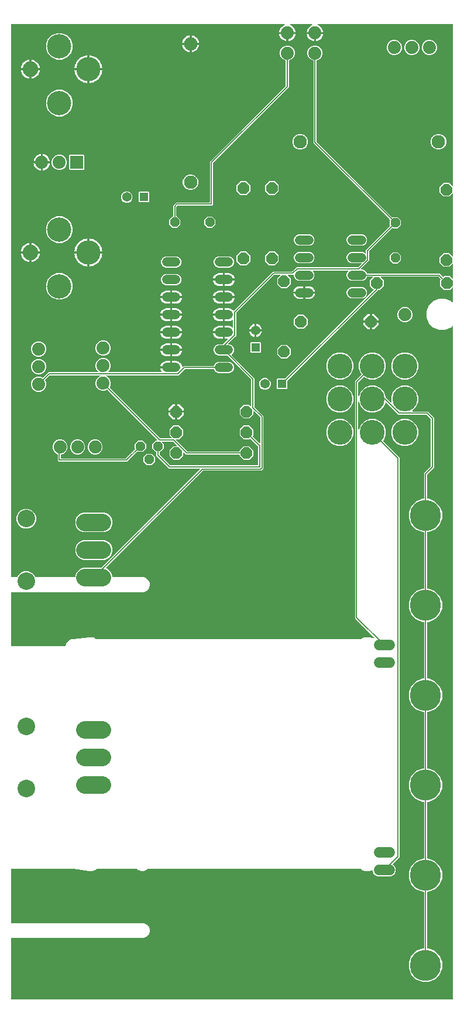
<source format=gbr>
G04 EAGLE Gerber RS-274X export*
G75*
%MOMM*%
%FSLAX34Y34*%
%LPD*%
%INBottom Copper*%
%IPPOS*%
%AMOC8*
5,1,8,0,0,1.08239X$1,22.5*%
G01*
%ADD10P,1.429621X8X22.500000*%
%ADD11C,1.950000*%
%ADD12C,1.320800*%
%ADD13P,1.429621X8X112.500000*%
%ADD14C,1.524000*%
%ADD15C,1.879600*%
%ADD16C,3.516000*%
%ADD17C,2.250000*%
%ADD18P,1.814519X8X22.500000*%
%ADD19P,1.814519X8X112.500000*%
%ADD20P,1.814519X8X292.500000*%
%ADD21P,1.814519X8X202.500000*%
%ADD22R,1.219200X1.219200*%
%ADD23C,1.371600*%
%ADD24C,2.540000*%
%ADD25C,2.540000*%
%ADD26C,3.600000*%
%ADD27R,1.879600X1.879600*%
%ADD28C,4.500000*%
%ADD29C,0.152400*%

G36*
X18627Y620830D02*
X18627Y620830D01*
X18743Y620847D01*
X18749Y620849D01*
X18755Y620850D01*
X18858Y620905D01*
X18963Y620958D01*
X18967Y620963D01*
X18973Y620966D01*
X19052Y621050D01*
X19135Y621134D01*
X19138Y621140D01*
X19142Y621144D01*
X19150Y621161D01*
X19216Y621281D01*
X20024Y623232D01*
X24025Y627233D01*
X29254Y629399D01*
X34912Y629399D01*
X40141Y627233D01*
X44142Y623232D01*
X44950Y621281D01*
X45012Y621181D01*
X45072Y621081D01*
X45077Y621077D01*
X45080Y621072D01*
X45170Y620997D01*
X45259Y620921D01*
X45265Y620919D01*
X45269Y620915D01*
X45378Y620873D01*
X45487Y620829D01*
X45494Y620828D01*
X45499Y620827D01*
X45517Y620826D01*
X45654Y620811D01*
X102314Y620811D01*
X102334Y620814D01*
X102353Y620812D01*
X102455Y620834D01*
X102557Y620850D01*
X102574Y620860D01*
X102594Y620864D01*
X102683Y620917D01*
X102774Y620966D01*
X102788Y620980D01*
X102805Y620990D01*
X102872Y621069D01*
X102944Y621144D01*
X102952Y621162D01*
X102965Y621177D01*
X103004Y621273D01*
X103047Y621367D01*
X103049Y621387D01*
X103057Y621405D01*
X103075Y621572D01*
X103075Y622829D01*
X105241Y628058D01*
X109242Y632059D01*
X114471Y634225D01*
X140676Y634225D01*
X140766Y634239D01*
X140857Y634247D01*
X140886Y634259D01*
X140918Y634264D01*
X140999Y634307D01*
X141083Y634343D01*
X141115Y634369D01*
X141136Y634380D01*
X141158Y634403D01*
X141214Y634448D01*
X283180Y776414D01*
X283222Y776472D01*
X283271Y776524D01*
X283293Y776571D01*
X283323Y776613D01*
X283344Y776682D01*
X283375Y776747D01*
X283380Y776799D01*
X283396Y776849D01*
X283394Y776920D01*
X283402Y776991D01*
X283391Y777042D01*
X283389Y777094D01*
X283365Y777162D01*
X283350Y777232D01*
X283323Y777276D01*
X283305Y777325D01*
X283260Y777381D01*
X283223Y777443D01*
X283184Y777477D01*
X283151Y777517D01*
X283091Y777556D01*
X283036Y777603D01*
X282988Y777622D01*
X282944Y777650D01*
X282875Y777668D01*
X282808Y777695D01*
X282737Y777703D01*
X282706Y777711D01*
X282682Y777709D01*
X282642Y777713D01*
X239053Y777713D01*
X220413Y796353D01*
X220413Y801110D01*
X220411Y801125D01*
X220412Y801139D01*
X220411Y801143D01*
X220412Y801149D01*
X220390Y801251D01*
X220374Y801353D01*
X220364Y801370D01*
X220360Y801390D01*
X220307Y801479D01*
X220258Y801570D01*
X220244Y801584D01*
X220234Y801601D01*
X220155Y801668D01*
X220080Y801740D01*
X220062Y801748D01*
X220047Y801761D01*
X219951Y801800D01*
X219857Y801843D01*
X219837Y801845D01*
X219819Y801853D01*
X219652Y801871D01*
X219333Y801871D01*
X214571Y806633D01*
X214571Y813367D01*
X219333Y818129D01*
X221240Y818129D01*
X221310Y818140D01*
X221382Y818142D01*
X221431Y818160D01*
X221482Y818168D01*
X221546Y818202D01*
X221613Y818227D01*
X221654Y818259D01*
X221700Y818284D01*
X221749Y818336D01*
X221805Y818380D01*
X221833Y818424D01*
X221869Y818462D01*
X221899Y818527D01*
X221938Y818587D01*
X221951Y818638D01*
X221973Y818685D01*
X221981Y818756D01*
X221998Y818826D01*
X221994Y818878D01*
X222000Y818929D01*
X221985Y819000D01*
X221979Y819071D01*
X221959Y819119D01*
X221948Y819170D01*
X221911Y819231D01*
X221883Y819297D01*
X221838Y819353D01*
X221821Y819381D01*
X221804Y819396D01*
X221778Y819428D01*
X149923Y891283D01*
X149829Y891351D01*
X149734Y891421D01*
X149728Y891423D01*
X149723Y891427D01*
X149612Y891461D01*
X149500Y891497D01*
X149494Y891497D01*
X149488Y891499D01*
X149371Y891496D01*
X149254Y891495D01*
X149247Y891493D01*
X149242Y891493D01*
X149225Y891486D01*
X149093Y891448D01*
X145663Y890027D01*
X141317Y890027D01*
X137303Y891690D01*
X134230Y894763D01*
X132567Y898777D01*
X132567Y903123D01*
X134230Y907137D01*
X137303Y910210D01*
X139005Y910915D01*
X139088Y910966D01*
X139173Y911012D01*
X139191Y911030D01*
X139214Y911044D01*
X139276Y911120D01*
X139343Y911190D01*
X139354Y911214D01*
X139370Y911234D01*
X139405Y911325D01*
X139446Y911413D01*
X139449Y911439D01*
X139459Y911463D01*
X139463Y911561D01*
X139473Y911657D01*
X139468Y911683D01*
X139469Y911709D01*
X139442Y911803D01*
X139421Y911898D01*
X139408Y911920D01*
X139400Y911945D01*
X139345Y912025D01*
X139295Y912109D01*
X139275Y912126D01*
X139260Y912147D01*
X139182Y912206D01*
X139108Y912269D01*
X139084Y912279D01*
X139063Y912294D01*
X138970Y912324D01*
X138880Y912361D01*
X138847Y912364D01*
X138829Y912370D01*
X138796Y912370D01*
X138713Y912379D01*
X66249Y912379D01*
X66158Y912365D01*
X66068Y912357D01*
X66038Y912345D01*
X66006Y912340D01*
X65925Y912297D01*
X65841Y912261D01*
X65809Y912235D01*
X65788Y912224D01*
X65766Y912201D01*
X65710Y912156D01*
X59667Y906113D01*
X59599Y906019D01*
X59529Y905924D01*
X59527Y905918D01*
X59523Y905913D01*
X59489Y905802D01*
X59453Y905690D01*
X59453Y905684D01*
X59451Y905678D01*
X59454Y905561D01*
X59455Y905444D01*
X59457Y905437D01*
X59457Y905432D01*
X59464Y905415D01*
X59502Y905283D01*
X60923Y901853D01*
X60923Y897507D01*
X59260Y893493D01*
X56187Y890420D01*
X52173Y888757D01*
X47827Y888757D01*
X43813Y890420D01*
X40740Y893493D01*
X39077Y897507D01*
X39077Y901853D01*
X40740Y905867D01*
X43813Y908940D01*
X47827Y910603D01*
X52173Y910603D01*
X55603Y909182D01*
X55717Y909155D01*
X55830Y909127D01*
X55837Y909127D01*
X55843Y909126D01*
X55959Y909137D01*
X56076Y909146D01*
X56081Y909148D01*
X56088Y909149D01*
X56195Y909197D01*
X56302Y909242D01*
X56308Y909247D01*
X56312Y909249D01*
X56326Y909261D01*
X56433Y909347D01*
X64039Y916953D01*
X135602Y916953D01*
X135673Y916964D01*
X135745Y916966D01*
X135794Y916984D01*
X135845Y916992D01*
X135908Y917026D01*
X135976Y917051D01*
X136016Y917083D01*
X136063Y917108D01*
X136112Y917160D01*
X136168Y917204D01*
X136196Y917248D01*
X136232Y917286D01*
X136262Y917351D01*
X136301Y917411D01*
X136314Y917462D01*
X136336Y917509D01*
X136343Y917580D01*
X136361Y917650D01*
X136357Y917702D01*
X136363Y917753D01*
X136347Y917824D01*
X136342Y917895D01*
X136321Y917943D01*
X136310Y917994D01*
X136274Y918055D01*
X136245Y918121D01*
X136201Y918177D01*
X136184Y918205D01*
X136166Y918220D01*
X136141Y918252D01*
X134230Y920163D01*
X132567Y924177D01*
X132567Y928523D01*
X134230Y932537D01*
X137303Y935610D01*
X141317Y937273D01*
X145663Y937273D01*
X149677Y935610D01*
X152750Y932537D01*
X154413Y928523D01*
X154413Y924177D01*
X152750Y920163D01*
X150839Y918252D01*
X150797Y918194D01*
X150748Y918142D01*
X150726Y918095D01*
X150696Y918053D01*
X150675Y917984D01*
X150644Y917919D01*
X150639Y917867D01*
X150623Y917817D01*
X150625Y917746D01*
X150617Y917675D01*
X150628Y917624D01*
X150630Y917572D01*
X150654Y917504D01*
X150670Y917434D01*
X150696Y917389D01*
X150714Y917341D01*
X150759Y917285D01*
X150796Y917223D01*
X150835Y917189D01*
X150868Y917149D01*
X150928Y917110D01*
X150983Y917063D01*
X151031Y917044D01*
X151075Y917016D01*
X151144Y916998D01*
X151211Y916971D01*
X151282Y916963D01*
X151313Y916955D01*
X151337Y916957D01*
X151378Y916953D01*
X227449Y916953D01*
X227566Y916972D01*
X227686Y916991D01*
X227688Y916992D01*
X227691Y916992D01*
X227797Y917048D01*
X227904Y917104D01*
X227906Y917106D01*
X227909Y917108D01*
X227991Y917194D01*
X228075Y917281D01*
X228076Y917284D01*
X228078Y917286D01*
X228128Y917394D01*
X228180Y917503D01*
X228181Y917506D01*
X228182Y917509D01*
X228195Y917627D01*
X228209Y917747D01*
X228209Y917750D01*
X228209Y917753D01*
X228184Y917870D01*
X228159Y917988D01*
X228157Y917991D01*
X228157Y917994D01*
X228151Y918003D01*
X228082Y918137D01*
X227192Y919468D01*
X226503Y921133D01*
X226275Y922277D01*
X241138Y922277D01*
X241158Y922280D01*
X241177Y922278D01*
X241279Y922300D01*
X241381Y922317D01*
X241398Y922326D01*
X241418Y922330D01*
X241507Y922383D01*
X241598Y922432D01*
X241612Y922446D01*
X241629Y922456D01*
X241696Y922535D01*
X241767Y922610D01*
X241776Y922628D01*
X241789Y922643D01*
X241827Y922739D01*
X241871Y922833D01*
X241873Y922853D01*
X241881Y922871D01*
X241899Y923038D01*
X241899Y923801D01*
X242662Y923801D01*
X242682Y923804D01*
X242701Y923802D01*
X242803Y923824D01*
X242905Y923841D01*
X242922Y923850D01*
X242942Y923854D01*
X243031Y923907D01*
X243122Y923956D01*
X243136Y923970D01*
X243153Y923980D01*
X243220Y924059D01*
X243291Y924134D01*
X243300Y924152D01*
X243313Y924167D01*
X243352Y924263D01*
X243395Y924357D01*
X243397Y924377D01*
X243405Y924395D01*
X243423Y924562D01*
X243423Y932945D01*
X249405Y932945D01*
X251171Y932593D01*
X252836Y931904D01*
X254334Y930903D01*
X255607Y929630D01*
X256608Y928132D01*
X257297Y926467D01*
X257552Y925185D01*
X257594Y925073D01*
X257636Y924960D01*
X257638Y924957D01*
X257639Y924954D01*
X257715Y924861D01*
X257789Y924768D01*
X257792Y924766D01*
X257794Y924764D01*
X257894Y924700D01*
X257996Y924635D01*
X257999Y924634D01*
X258002Y924632D01*
X258118Y924604D01*
X258235Y924575D01*
X258238Y924575D01*
X258241Y924574D01*
X258361Y924584D01*
X258480Y924594D01*
X258483Y924595D01*
X258486Y924595D01*
X258598Y924644D01*
X258706Y924690D01*
X258709Y924692D01*
X258712Y924693D01*
X258720Y924701D01*
X258837Y924795D01*
X260129Y926087D01*
X303136Y926087D01*
X303251Y926106D01*
X303367Y926123D01*
X303373Y926125D01*
X303379Y926126D01*
X303481Y926181D01*
X303586Y926234D01*
X303591Y926239D01*
X303596Y926242D01*
X303676Y926326D01*
X303759Y926410D01*
X303762Y926416D01*
X303766Y926420D01*
X303773Y926437D01*
X303839Y926557D01*
X304605Y928405D01*
X306891Y930691D01*
X309879Y931929D01*
X326321Y931929D01*
X329309Y930691D01*
X331595Y928405D01*
X332833Y925417D01*
X332833Y922183D01*
X331595Y919195D01*
X329309Y916909D01*
X326321Y915671D01*
X309879Y915671D01*
X306891Y916909D01*
X304605Y919195D01*
X303839Y921043D01*
X303777Y921143D01*
X303718Y921243D01*
X303713Y921247D01*
X303710Y921252D01*
X303619Y921327D01*
X303531Y921403D01*
X303525Y921405D01*
X303520Y921409D01*
X303412Y921451D01*
X303303Y921495D01*
X303295Y921496D01*
X303291Y921497D01*
X303272Y921498D01*
X303136Y921513D01*
X262339Y921513D01*
X262249Y921499D01*
X262158Y921491D01*
X262128Y921479D01*
X262096Y921474D01*
X262015Y921431D01*
X261932Y921395D01*
X261899Y921369D01*
X261879Y921358D01*
X261857Y921335D01*
X261801Y921290D01*
X252890Y912379D01*
X148267Y912379D01*
X148171Y912364D01*
X148074Y912354D01*
X148050Y912344D01*
X148024Y912340D01*
X147938Y912294D01*
X147849Y912254D01*
X147830Y912237D01*
X147807Y912224D01*
X147740Y912154D01*
X147668Y912088D01*
X147655Y912065D01*
X147637Y912046D01*
X147596Y911958D01*
X147549Y911872D01*
X147545Y911847D01*
X147534Y911823D01*
X147523Y911726D01*
X147506Y911630D01*
X147509Y911604D01*
X147507Y911579D01*
X147527Y911483D01*
X147541Y911387D01*
X147553Y911364D01*
X147559Y911338D01*
X147609Y911255D01*
X147653Y911168D01*
X147672Y911149D01*
X147685Y911127D01*
X147759Y911064D01*
X147829Y910996D01*
X147857Y910980D01*
X147872Y910967D01*
X147903Y910955D01*
X147975Y910915D01*
X149677Y910210D01*
X152750Y907137D01*
X154413Y903123D01*
X154413Y898777D01*
X152992Y895347D01*
X152965Y895233D01*
X152937Y895120D01*
X152937Y895113D01*
X152936Y895107D01*
X152947Y894991D01*
X152956Y894874D01*
X152958Y894869D01*
X152959Y894862D01*
X153007Y894755D01*
X153052Y894648D01*
X153057Y894642D01*
X153059Y894638D01*
X153071Y894624D01*
X153157Y894517D01*
X226274Y821400D01*
X226348Y821347D01*
X226418Y821287D01*
X226448Y821275D01*
X226474Y821256D01*
X226561Y821229D01*
X226646Y821195D01*
X226687Y821191D01*
X226709Y821184D01*
X226741Y821185D01*
X226813Y821177D01*
X242175Y821177D01*
X242246Y821188D01*
X242318Y821190D01*
X242367Y821208D01*
X242418Y821216D01*
X242481Y821250D01*
X242549Y821275D01*
X242589Y821307D01*
X242635Y821332D01*
X242685Y821384D01*
X242741Y821428D01*
X242769Y821472D01*
X242805Y821510D01*
X242835Y821575D01*
X242874Y821635D01*
X242886Y821686D01*
X242908Y821733D01*
X242916Y821804D01*
X242934Y821874D01*
X242930Y821926D01*
X242935Y821977D01*
X242920Y822048D01*
X242915Y822119D01*
X242894Y822167D01*
X242883Y822218D01*
X242846Y822279D01*
X242818Y822345D01*
X242774Y822401D01*
X242757Y822429D01*
X242739Y822444D01*
X242714Y822476D01*
X239293Y825896D01*
X239293Y834104D01*
X245096Y839907D01*
X253304Y839907D01*
X259107Y834104D01*
X259107Y825896D01*
X253304Y820093D01*
X249265Y820093D01*
X249195Y820082D01*
X249123Y820080D01*
X249074Y820062D01*
X249023Y820054D01*
X248959Y820020D01*
X248892Y819995D01*
X248851Y819963D01*
X248805Y819938D01*
X248756Y819886D01*
X248700Y819842D01*
X248672Y819798D01*
X248636Y819760D01*
X248606Y819695D01*
X248567Y819635D01*
X248554Y819584D01*
X248532Y819537D01*
X248524Y819466D01*
X248507Y819396D01*
X248511Y819344D01*
X248505Y819293D01*
X248520Y819222D01*
X248526Y819151D01*
X248546Y819103D01*
X248557Y819052D01*
X248594Y818991D01*
X248622Y818925D01*
X248667Y818869D01*
X248684Y818841D01*
X248701Y818826D01*
X248727Y818794D01*
X265011Y802510D01*
X265085Y802457D01*
X265155Y802397D01*
X265185Y802385D01*
X265211Y802366D01*
X265298Y802339D01*
X265383Y802305D01*
X265424Y802301D01*
X265446Y802294D01*
X265478Y802295D01*
X265549Y802287D01*
X340132Y802287D01*
X340152Y802290D01*
X340171Y802288D01*
X340273Y802310D01*
X340375Y802326D01*
X340392Y802336D01*
X340412Y802340D01*
X340501Y802393D01*
X340592Y802442D01*
X340606Y802456D01*
X340623Y802466D01*
X340690Y802545D01*
X340762Y802620D01*
X340770Y802638D01*
X340783Y802653D01*
X340822Y802749D01*
X340865Y802843D01*
X340867Y802863D01*
X340875Y802881D01*
X340893Y803048D01*
X340893Y804104D01*
X346696Y809907D01*
X354904Y809907D01*
X360707Y804104D01*
X360707Y795896D01*
X354904Y790093D01*
X346696Y790093D01*
X340893Y795896D01*
X340893Y796952D01*
X340890Y796972D01*
X340892Y796991D01*
X340870Y797093D01*
X340854Y797195D01*
X340844Y797212D01*
X340840Y797232D01*
X340787Y797321D01*
X340738Y797412D01*
X340724Y797426D01*
X340714Y797443D01*
X340635Y797510D01*
X340560Y797582D01*
X340542Y797590D01*
X340527Y797603D01*
X340431Y797642D01*
X340337Y797685D01*
X340317Y797687D01*
X340299Y797695D01*
X340132Y797713D01*
X263340Y797713D01*
X260406Y800647D01*
X260348Y800689D01*
X260296Y800738D01*
X260249Y800760D01*
X260207Y800790D01*
X260138Y800811D01*
X260073Y800842D01*
X260021Y800847D01*
X259971Y800863D01*
X259900Y800861D01*
X259829Y800869D01*
X259778Y800858D01*
X259726Y800856D01*
X259658Y800832D01*
X259588Y800816D01*
X259543Y800790D01*
X259495Y800772D01*
X259439Y800727D01*
X259377Y800690D01*
X259343Y800651D01*
X259303Y800618D01*
X259264Y800558D01*
X259217Y800503D01*
X259198Y800455D01*
X259170Y800411D01*
X259152Y800342D01*
X259125Y800275D01*
X259117Y800204D01*
X259109Y800173D01*
X259111Y800149D01*
X259107Y800108D01*
X259107Y795896D01*
X253304Y790093D01*
X245096Y790093D01*
X239293Y795896D01*
X239293Y804104D01*
X245096Y809907D01*
X249308Y809907D01*
X249379Y809918D01*
X249451Y809920D01*
X249500Y809938D01*
X249551Y809946D01*
X249615Y809980D01*
X249682Y810005D01*
X249723Y810037D01*
X249769Y810062D01*
X249818Y810114D01*
X249874Y810158D01*
X249902Y810202D01*
X249938Y810240D01*
X249968Y810305D01*
X250007Y810365D01*
X250020Y810416D01*
X250042Y810463D01*
X250049Y810534D01*
X250067Y810604D01*
X250063Y810656D01*
X250069Y810707D01*
X250053Y810778D01*
X250048Y810849D01*
X250027Y810897D01*
X250016Y810948D01*
X249980Y811009D01*
X249952Y811075D01*
X249907Y811131D01*
X249890Y811159D01*
X249872Y811174D01*
X249847Y811206D01*
X244673Y816380D01*
X244599Y816433D01*
X244529Y816493D01*
X244499Y816505D01*
X244473Y816524D01*
X244386Y816551D01*
X244301Y816585D01*
X244260Y816589D01*
X244238Y816596D01*
X244206Y816595D01*
X244134Y816603D01*
X229430Y816603D01*
X229360Y816592D01*
X229288Y816590D01*
X229239Y816572D01*
X229188Y816564D01*
X229124Y816530D01*
X229057Y816505D01*
X229016Y816473D01*
X228970Y816448D01*
X228921Y816396D01*
X228865Y816352D01*
X228837Y816308D01*
X228801Y816270D01*
X228771Y816205D01*
X228732Y816145D01*
X228719Y816094D01*
X228697Y816047D01*
X228689Y815976D01*
X228672Y815906D01*
X228676Y815854D01*
X228670Y815803D01*
X228685Y815732D01*
X228691Y815661D01*
X228711Y815613D01*
X228722Y815562D01*
X228759Y815501D01*
X228787Y815435D01*
X228832Y815379D01*
X228849Y815351D01*
X228866Y815336D01*
X228892Y815304D01*
X230829Y813367D01*
X230829Y806633D01*
X226067Y801871D01*
X225748Y801871D01*
X225728Y801868D01*
X225709Y801870D01*
X225607Y801848D01*
X225505Y801832D01*
X225488Y801822D01*
X225468Y801818D01*
X225379Y801765D01*
X225288Y801716D01*
X225274Y801702D01*
X225257Y801692D01*
X225190Y801613D01*
X225118Y801538D01*
X225110Y801520D01*
X225097Y801505D01*
X225058Y801409D01*
X225015Y801315D01*
X225013Y801295D01*
X225005Y801277D01*
X224987Y801110D01*
X224987Y798563D01*
X225001Y798472D01*
X225009Y798382D01*
X225021Y798352D01*
X225026Y798320D01*
X225069Y798239D01*
X225105Y798155D01*
X225131Y798123D01*
X225142Y798102D01*
X225165Y798080D01*
X225210Y798024D01*
X240724Y782510D01*
X240798Y782457D01*
X240868Y782397D01*
X240898Y782385D01*
X240924Y782366D01*
X241011Y782339D01*
X241096Y782305D01*
X241137Y782301D01*
X241159Y782294D01*
X241191Y782295D01*
X241263Y782287D01*
X366952Y782287D01*
X366972Y782290D01*
X366991Y782288D01*
X367093Y782310D01*
X367195Y782326D01*
X367212Y782336D01*
X367232Y782340D01*
X367321Y782393D01*
X367412Y782442D01*
X367426Y782456D01*
X367443Y782466D01*
X367510Y782545D01*
X367582Y782620D01*
X367590Y782638D01*
X367603Y782653D01*
X367642Y782749D01*
X367685Y782843D01*
X367687Y782863D01*
X367695Y782881D01*
X367713Y783048D01*
X367713Y809537D01*
X367699Y809628D01*
X367691Y809718D01*
X367679Y809748D01*
X367674Y809780D01*
X367631Y809861D01*
X367595Y809945D01*
X367569Y809977D01*
X367558Y809998D01*
X367535Y810020D01*
X367490Y810076D01*
X356726Y820840D01*
X356710Y820851D01*
X356698Y820867D01*
X356611Y820923D01*
X356527Y820983D01*
X356508Y820989D01*
X356491Y821000D01*
X356390Y821025D01*
X356292Y821056D01*
X356272Y821055D01*
X356252Y821060D01*
X356149Y821052D01*
X356046Y821049D01*
X356027Y821042D01*
X356007Y821041D01*
X355912Y821000D01*
X355815Y820965D01*
X355799Y820952D01*
X355781Y820944D01*
X355650Y820840D01*
X354904Y820093D01*
X346696Y820093D01*
X340893Y825896D01*
X340893Y834104D01*
X346696Y839907D01*
X354904Y839907D01*
X360707Y834104D01*
X360707Y825896D01*
X359960Y825150D01*
X359949Y825134D01*
X359933Y825122D01*
X359877Y825034D01*
X359817Y824950D01*
X359811Y824931D01*
X359800Y824915D01*
X359775Y824814D01*
X359744Y824715D01*
X359745Y824695D01*
X359740Y824676D01*
X359748Y824573D01*
X359751Y824469D01*
X359758Y824451D01*
X359759Y824431D01*
X359800Y824336D01*
X359835Y824238D01*
X359848Y824223D01*
X359856Y824205D01*
X359960Y824074D01*
X369462Y814572D01*
X369520Y814530D01*
X369572Y814481D01*
X369619Y814459D01*
X369661Y814429D01*
X369730Y814408D01*
X369795Y814377D01*
X369847Y814372D01*
X369897Y814356D01*
X369968Y814358D01*
X370039Y814350D01*
X370090Y814361D01*
X370142Y814363D01*
X370210Y814387D01*
X370280Y814402D01*
X370325Y814429D01*
X370373Y814447D01*
X370429Y814492D01*
X370491Y814529D01*
X370525Y814568D01*
X370565Y814601D01*
X370604Y814661D01*
X370651Y814716D01*
X370670Y814764D01*
X370698Y814808D01*
X370716Y814877D01*
X370743Y814944D01*
X370751Y815015D01*
X370759Y815046D01*
X370757Y815070D01*
X370761Y815110D01*
X370761Y851576D01*
X370747Y851666D01*
X370739Y851757D01*
X370727Y851787D01*
X370722Y851819D01*
X370679Y851900D01*
X370643Y851984D01*
X370617Y852016D01*
X370606Y852036D01*
X370583Y852059D01*
X370538Y852115D01*
X362006Y860647D01*
X361948Y860689D01*
X361896Y860738D01*
X361849Y860760D01*
X361807Y860790D01*
X361738Y860811D01*
X361673Y860842D01*
X361621Y860847D01*
X361571Y860863D01*
X361500Y860861D01*
X361429Y860869D01*
X361378Y860858D01*
X361326Y860856D01*
X361258Y860832D01*
X361188Y860816D01*
X361143Y860790D01*
X361095Y860772D01*
X361039Y860727D01*
X360977Y860690D01*
X360943Y860651D01*
X360903Y860618D01*
X360864Y860558D01*
X360817Y860503D01*
X360798Y860455D01*
X360770Y860411D01*
X360752Y860342D01*
X360725Y860275D01*
X360717Y860204D01*
X360709Y860173D01*
X360711Y860149D01*
X360707Y860108D01*
X360707Y855896D01*
X354904Y850093D01*
X346696Y850093D01*
X340893Y855896D01*
X340893Y864104D01*
X346696Y869907D01*
X354904Y869907D01*
X356414Y868396D01*
X356472Y868355D01*
X356524Y868305D01*
X356571Y868283D01*
X356613Y868253D01*
X356682Y868232D01*
X356747Y868202D01*
X356799Y868196D01*
X356849Y868181D01*
X356920Y868182D01*
X356991Y868175D01*
X357042Y868186D01*
X357094Y868187D01*
X357162Y868212D01*
X357232Y868227D01*
X357277Y868254D01*
X357325Y868271D01*
X357381Y868316D01*
X357443Y868353D01*
X357477Y868393D01*
X357517Y868425D01*
X357556Y868485D01*
X357603Y868540D01*
X357622Y868588D01*
X357650Y868632D01*
X357668Y868701D01*
X357695Y868768D01*
X357703Y868839D01*
X357711Y868871D01*
X357709Y868894D01*
X357713Y868935D01*
X357713Y906038D01*
X357699Y906128D01*
X357691Y906219D01*
X357679Y906248D01*
X357674Y906280D01*
X357631Y906361D01*
X357595Y906445D01*
X357569Y906477D01*
X357558Y906498D01*
X357535Y906520D01*
X357490Y906576D01*
X323218Y940848D01*
X323144Y940901D01*
X323074Y940961D01*
X323044Y940973D01*
X323018Y940992D01*
X322931Y941019D01*
X322846Y941053D01*
X322805Y941057D01*
X322783Y941064D01*
X322751Y941063D01*
X322680Y941071D01*
X309879Y941071D01*
X306891Y942309D01*
X304605Y944595D01*
X303367Y947583D01*
X303367Y950817D01*
X304605Y953805D01*
X306891Y956091D01*
X309879Y957329D01*
X316456Y957329D01*
X316546Y957343D01*
X316637Y957351D01*
X316667Y957363D01*
X316699Y957368D01*
X316779Y957411D01*
X316863Y957447D01*
X316895Y957473D01*
X316916Y957484D01*
X316938Y957507D01*
X316994Y957552D01*
X323598Y964156D01*
X323640Y964214D01*
X323689Y964266D01*
X323711Y964313D01*
X323742Y964355D01*
X323763Y964424D01*
X323793Y964489D01*
X323799Y964541D01*
X323814Y964591D01*
X323812Y964662D01*
X323820Y964733D01*
X323809Y964784D01*
X323808Y964836D01*
X323783Y964904D01*
X323768Y964974D01*
X323741Y965018D01*
X323723Y965067D01*
X323678Y965123D01*
X323642Y965185D01*
X323602Y965219D01*
X323570Y965259D01*
X323509Y965298D01*
X323455Y965345D01*
X323406Y965364D01*
X323363Y965392D01*
X323293Y965410D01*
X323227Y965437D01*
X323155Y965445D01*
X323124Y965453D01*
X323101Y965451D01*
X323060Y965455D01*
X319623Y965455D01*
X319623Y973838D01*
X319620Y973858D01*
X319622Y973877D01*
X319600Y973979D01*
X319583Y974081D01*
X319574Y974098D01*
X319570Y974118D01*
X319517Y974207D01*
X319468Y974298D01*
X319454Y974312D01*
X319444Y974329D01*
X319365Y974396D01*
X319290Y974467D01*
X319272Y974476D01*
X319257Y974489D01*
X319161Y974527D01*
X319067Y974571D01*
X319047Y974573D01*
X319029Y974581D01*
X318862Y974599D01*
X318099Y974599D01*
X318099Y974601D01*
X318862Y974601D01*
X318882Y974604D01*
X318901Y974602D01*
X319003Y974624D01*
X319105Y974641D01*
X319122Y974650D01*
X319142Y974654D01*
X319231Y974707D01*
X319322Y974756D01*
X319336Y974770D01*
X319353Y974780D01*
X319420Y974859D01*
X319491Y974934D01*
X319500Y974952D01*
X319513Y974967D01*
X319552Y975063D01*
X319595Y975157D01*
X319597Y975177D01*
X319605Y975195D01*
X319623Y975362D01*
X319623Y983745D01*
X325605Y983745D01*
X327371Y983393D01*
X329036Y982704D01*
X330123Y981977D01*
X330232Y981928D01*
X330341Y981877D01*
X330344Y981877D01*
X330347Y981876D01*
X330467Y981863D01*
X330585Y981850D01*
X330589Y981851D01*
X330592Y981850D01*
X330708Y981877D01*
X330826Y981902D01*
X330829Y981904D01*
X330832Y981905D01*
X330934Y981967D01*
X331037Y982029D01*
X331039Y982031D01*
X331042Y982033D01*
X331119Y982124D01*
X331197Y982215D01*
X331198Y982218D01*
X331200Y982221D01*
X331244Y982331D01*
X331289Y982444D01*
X331289Y982447D01*
X331290Y982450D01*
X331291Y982460D01*
X331307Y982610D01*
X331307Y991990D01*
X331288Y992107D01*
X331269Y992227D01*
X331268Y992229D01*
X331268Y992232D01*
X331212Y992337D01*
X331156Y992445D01*
X331154Y992447D01*
X331152Y992450D01*
X331066Y992532D01*
X330979Y992616D01*
X330976Y992617D01*
X330974Y992619D01*
X330866Y992669D01*
X330757Y992721D01*
X330754Y992722D01*
X330751Y992723D01*
X330633Y992736D01*
X330513Y992750D01*
X330510Y992750D01*
X330507Y992750D01*
X330390Y992725D01*
X330272Y992700D01*
X330269Y992698D01*
X330266Y992698D01*
X330257Y992692D01*
X330123Y992623D01*
X329036Y991896D01*
X327371Y991207D01*
X325605Y990855D01*
X319623Y990855D01*
X319623Y999238D01*
X319620Y999258D01*
X319622Y999277D01*
X319600Y999379D01*
X319583Y999481D01*
X319574Y999498D01*
X319570Y999518D01*
X319517Y999607D01*
X319468Y999698D01*
X319454Y999712D01*
X319444Y999729D01*
X319365Y999796D01*
X319290Y999867D01*
X319272Y999876D01*
X319257Y999889D01*
X319161Y999927D01*
X319067Y999971D01*
X319047Y999973D01*
X319029Y999981D01*
X318862Y999999D01*
X318099Y999999D01*
X318099Y1000001D01*
X318862Y1000001D01*
X318882Y1000004D01*
X318901Y1000002D01*
X319003Y1000024D01*
X319105Y1000041D01*
X319122Y1000050D01*
X319142Y1000054D01*
X319231Y1000107D01*
X319322Y1000156D01*
X319336Y1000170D01*
X319353Y1000180D01*
X319420Y1000259D01*
X319491Y1000334D01*
X319500Y1000352D01*
X319513Y1000367D01*
X319552Y1000463D01*
X319595Y1000557D01*
X319597Y1000577D01*
X319605Y1000595D01*
X319623Y1000762D01*
X319623Y1009145D01*
X325605Y1009145D01*
X327371Y1008793D01*
X329036Y1008104D01*
X330534Y1007103D01*
X331663Y1005974D01*
X331679Y1005962D01*
X331692Y1005946D01*
X331779Y1005890D01*
X331863Y1005830D01*
X331882Y1005824D01*
X331899Y1005813D01*
X331999Y1005788D01*
X332098Y1005758D01*
X332118Y1005758D01*
X332137Y1005753D01*
X332240Y1005761D01*
X332344Y1005764D01*
X332363Y1005771D01*
X332382Y1005772D01*
X332478Y1005813D01*
X332575Y1005848D01*
X332590Y1005861D01*
X332609Y1005869D01*
X332740Y1005974D01*
X332870Y1006104D01*
X389053Y1062287D01*
X416541Y1062287D01*
X416631Y1062301D01*
X416722Y1062309D01*
X416752Y1062321D01*
X416784Y1062326D01*
X416865Y1062369D01*
X416948Y1062405D01*
X416981Y1062431D01*
X417001Y1062442D01*
X417023Y1062465D01*
X417079Y1062510D01*
X423046Y1068477D01*
X511884Y1068477D01*
X511974Y1068491D01*
X512065Y1068499D01*
X512095Y1068511D01*
X512127Y1068516D01*
X512207Y1068559D01*
X512291Y1068595D01*
X512323Y1068621D01*
X512344Y1068632D01*
X512366Y1068655D01*
X512422Y1068700D01*
X516994Y1073272D01*
X517036Y1073330D01*
X517085Y1073382D01*
X517107Y1073429D01*
X517138Y1073471D01*
X517159Y1073540D01*
X517189Y1073605D01*
X517195Y1073657D01*
X517210Y1073707D01*
X517208Y1073778D01*
X517216Y1073849D01*
X517205Y1073900D01*
X517204Y1073952D01*
X517179Y1074020D01*
X517164Y1074090D01*
X517137Y1074135D01*
X517119Y1074183D01*
X517074Y1074239D01*
X517038Y1074301D01*
X516998Y1074335D01*
X516966Y1074375D01*
X516905Y1074414D01*
X516851Y1074461D01*
X516802Y1074480D01*
X516759Y1074508D01*
X516689Y1074526D01*
X516623Y1074553D01*
X516551Y1074561D01*
X516520Y1074569D01*
X516497Y1074567D01*
X516456Y1074571D01*
X502259Y1074571D01*
X499271Y1075809D01*
X496985Y1078095D01*
X495747Y1081083D01*
X495747Y1084317D01*
X496985Y1087305D01*
X499271Y1089591D01*
X502259Y1090829D01*
X518701Y1090829D01*
X521689Y1089591D01*
X522388Y1088892D01*
X522446Y1088850D01*
X522498Y1088801D01*
X522545Y1088779D01*
X522587Y1088748D01*
X522656Y1088727D01*
X522721Y1088697D01*
X522773Y1088691D01*
X522823Y1088676D01*
X522894Y1088678D01*
X522965Y1088670D01*
X523016Y1088681D01*
X523068Y1088682D01*
X523136Y1088707D01*
X523206Y1088722D01*
X523251Y1088749D01*
X523299Y1088767D01*
X523355Y1088812D01*
X523417Y1088849D01*
X523451Y1088888D01*
X523491Y1088921D01*
X523530Y1088981D01*
X523577Y1089035D01*
X523596Y1089084D01*
X523624Y1089128D01*
X523642Y1089197D01*
X523669Y1089264D01*
X523677Y1089335D01*
X523685Y1089366D01*
X523683Y1089389D01*
X523687Y1089430D01*
X523687Y1093751D01*
X525250Y1095314D01*
X558287Y1128351D01*
X558299Y1128367D01*
X558314Y1128379D01*
X558370Y1128467D01*
X558430Y1128551D01*
X558436Y1128570D01*
X558447Y1128586D01*
X558472Y1128687D01*
X558503Y1128786D01*
X558502Y1128806D01*
X558507Y1128825D01*
X558499Y1128928D01*
X558496Y1129032D01*
X558490Y1129050D01*
X558488Y1129070D01*
X558448Y1129165D01*
X558412Y1129263D01*
X558399Y1129278D01*
X558392Y1129296D01*
X558287Y1129427D01*
X558061Y1129653D01*
X558061Y1136387D01*
X558287Y1136613D01*
X558299Y1136629D01*
X558314Y1136641D01*
X558370Y1136728D01*
X558430Y1136812D01*
X558436Y1136831D01*
X558447Y1136848D01*
X558472Y1136949D01*
X558503Y1137047D01*
X558502Y1137067D01*
X558507Y1137087D01*
X558499Y1137190D01*
X558496Y1137293D01*
X558490Y1137312D01*
X558488Y1137332D01*
X558448Y1137427D01*
X558412Y1137524D01*
X558399Y1137540D01*
X558392Y1137558D01*
X558287Y1137689D01*
X449276Y1246700D01*
X447713Y1248263D01*
X447713Y1366838D01*
X447694Y1366953D01*
X447677Y1367069D01*
X447675Y1367074D01*
X447674Y1367081D01*
X447619Y1367183D01*
X447566Y1367288D01*
X447561Y1367292D01*
X447558Y1367298D01*
X447474Y1367378D01*
X447390Y1367460D01*
X447384Y1367464D01*
X447380Y1367467D01*
X447363Y1367475D01*
X447243Y1367541D01*
X443813Y1368962D01*
X440740Y1372035D01*
X439077Y1376049D01*
X439077Y1380395D01*
X440740Y1384409D01*
X443813Y1387482D01*
X447827Y1389145D01*
X452173Y1389145D01*
X456187Y1387482D01*
X459260Y1384409D01*
X460923Y1380395D01*
X460923Y1376049D01*
X459260Y1372035D01*
X456187Y1368962D01*
X452757Y1367541D01*
X452657Y1367480D01*
X452557Y1367420D01*
X452553Y1367415D01*
X452548Y1367412D01*
X452473Y1367322D01*
X452397Y1367233D01*
X452395Y1367227D01*
X452391Y1367222D01*
X452349Y1367114D01*
X452305Y1367005D01*
X452304Y1366997D01*
X452303Y1366992D01*
X452302Y1366974D01*
X452287Y1366838D01*
X452287Y1250472D01*
X452301Y1250382D01*
X452309Y1250291D01*
X452321Y1250262D01*
X452326Y1250230D01*
X452369Y1250149D01*
X452405Y1250065D01*
X452431Y1250033D01*
X452442Y1250012D01*
X452465Y1249990D01*
X452510Y1249934D01*
X561521Y1140923D01*
X561537Y1140911D01*
X561549Y1140896D01*
X561637Y1140840D01*
X561721Y1140780D01*
X561740Y1140774D01*
X561756Y1140763D01*
X561857Y1140738D01*
X561956Y1140707D01*
X561976Y1140708D01*
X561995Y1140703D01*
X562098Y1140711D01*
X562202Y1140714D01*
X562220Y1140720D01*
X562240Y1140722D01*
X562335Y1140762D01*
X562433Y1140798D01*
X562448Y1140811D01*
X562466Y1140818D01*
X562597Y1140923D01*
X562823Y1141149D01*
X569557Y1141149D01*
X574319Y1136387D01*
X574319Y1129653D01*
X569557Y1124891D01*
X562823Y1124891D01*
X562597Y1125117D01*
X562581Y1125129D01*
X562569Y1125144D01*
X562482Y1125200D01*
X562398Y1125260D01*
X562379Y1125266D01*
X562362Y1125277D01*
X562261Y1125302D01*
X562163Y1125333D01*
X562143Y1125332D01*
X562123Y1125337D01*
X562020Y1125329D01*
X561917Y1125326D01*
X561898Y1125320D01*
X561878Y1125318D01*
X561783Y1125278D01*
X561686Y1125242D01*
X561670Y1125229D01*
X561652Y1125222D01*
X561521Y1125117D01*
X528484Y1092080D01*
X528431Y1092006D01*
X528371Y1091936D01*
X528359Y1091906D01*
X528340Y1091880D01*
X528313Y1091793D01*
X528279Y1091708D01*
X528275Y1091667D01*
X528268Y1091645D01*
X528269Y1091613D01*
X528261Y1091542D01*
X528261Y1078070D01*
X516919Y1066728D01*
X516877Y1066670D01*
X516827Y1066618D01*
X516805Y1066571D01*
X516775Y1066529D01*
X516754Y1066460D01*
X516724Y1066395D01*
X516718Y1066343D01*
X516703Y1066293D01*
X516705Y1066222D01*
X516697Y1066151D01*
X516708Y1066100D01*
X516709Y1066048D01*
X516734Y1065980D01*
X516749Y1065910D01*
X516776Y1065865D01*
X516793Y1065817D01*
X516838Y1065761D01*
X516875Y1065699D01*
X516915Y1065665D01*
X516947Y1065625D01*
X517007Y1065586D01*
X517062Y1065539D01*
X517110Y1065520D01*
X517154Y1065492D01*
X517224Y1065474D01*
X517290Y1065447D01*
X517361Y1065439D01*
X517393Y1065431D01*
X517416Y1065433D01*
X517457Y1065429D01*
X518701Y1065429D01*
X521689Y1064191D01*
X523975Y1061905D01*
X524741Y1060057D01*
X524803Y1059957D01*
X524862Y1059857D01*
X524867Y1059853D01*
X524870Y1059848D01*
X524961Y1059773D01*
X525049Y1059697D01*
X525055Y1059695D01*
X525060Y1059691D01*
X525168Y1059649D01*
X525277Y1059605D01*
X525285Y1059604D01*
X525289Y1059603D01*
X525308Y1059602D01*
X525444Y1059587D01*
X630487Y1059587D01*
X632050Y1058024D01*
X635034Y1055040D01*
X635050Y1055029D01*
X635062Y1055013D01*
X635149Y1054957D01*
X635233Y1054897D01*
X635252Y1054891D01*
X635269Y1054880D01*
X635370Y1054855D01*
X635468Y1054824D01*
X635488Y1054825D01*
X635508Y1054820D01*
X635611Y1054828D01*
X635714Y1054831D01*
X635733Y1054838D01*
X635753Y1054839D01*
X635848Y1054880D01*
X635945Y1054915D01*
X635961Y1054928D01*
X635979Y1054936D01*
X636110Y1055040D01*
X636856Y1055787D01*
X645064Y1055787D01*
X648540Y1052310D01*
X648598Y1052269D01*
X648650Y1052219D01*
X648697Y1052197D01*
X648739Y1052167D01*
X648808Y1052146D01*
X648873Y1052116D01*
X648925Y1052110D01*
X648975Y1052095D01*
X649046Y1052096D01*
X649117Y1052089D01*
X649168Y1052100D01*
X649220Y1052101D01*
X649288Y1052126D01*
X649358Y1052141D01*
X649403Y1052168D01*
X649451Y1052185D01*
X649507Y1052230D01*
X649569Y1052267D01*
X649603Y1052307D01*
X649643Y1052339D01*
X649682Y1052399D01*
X649729Y1052454D01*
X649748Y1052502D01*
X649776Y1052546D01*
X649794Y1052615D01*
X649821Y1052682D01*
X649829Y1052753D01*
X649837Y1052785D01*
X649835Y1052808D01*
X649839Y1052849D01*
X649839Y1073191D01*
X649828Y1073262D01*
X649826Y1073334D01*
X649808Y1073383D01*
X649800Y1073434D01*
X649766Y1073497D01*
X649741Y1073565D01*
X649709Y1073605D01*
X649684Y1073651D01*
X649632Y1073701D01*
X649588Y1073757D01*
X649544Y1073785D01*
X649506Y1073821D01*
X649441Y1073851D01*
X649381Y1073890D01*
X649330Y1073902D01*
X649283Y1073924D01*
X649212Y1073932D01*
X649142Y1073950D01*
X649090Y1073946D01*
X649039Y1073951D01*
X648968Y1073936D01*
X648897Y1073931D01*
X648849Y1073910D01*
X648798Y1073899D01*
X648737Y1073862D01*
X648671Y1073834D01*
X648615Y1073790D01*
X648587Y1073773D01*
X648572Y1073755D01*
X648540Y1073730D01*
X644104Y1069293D01*
X635896Y1069293D01*
X630093Y1075096D01*
X630093Y1083304D01*
X635896Y1089107D01*
X644104Y1089107D01*
X648540Y1084670D01*
X648598Y1084629D01*
X648650Y1084579D01*
X648697Y1084557D01*
X648739Y1084527D01*
X648808Y1084506D01*
X648873Y1084476D01*
X648925Y1084470D01*
X648975Y1084455D01*
X649046Y1084456D01*
X649117Y1084449D01*
X649168Y1084460D01*
X649220Y1084461D01*
X649288Y1084486D01*
X649358Y1084501D01*
X649403Y1084528D01*
X649451Y1084545D01*
X649507Y1084590D01*
X649569Y1084627D01*
X649603Y1084667D01*
X649643Y1084699D01*
X649682Y1084759D01*
X649729Y1084814D01*
X649748Y1084862D01*
X649776Y1084906D01*
X649794Y1084975D01*
X649821Y1085042D01*
X649829Y1085113D01*
X649837Y1085145D01*
X649835Y1085168D01*
X649839Y1085209D01*
X649839Y1174791D01*
X649828Y1174862D01*
X649826Y1174934D01*
X649808Y1174983D01*
X649800Y1175034D01*
X649766Y1175097D01*
X649741Y1175165D01*
X649709Y1175205D01*
X649684Y1175251D01*
X649632Y1175301D01*
X649588Y1175357D01*
X649544Y1175385D01*
X649506Y1175421D01*
X649441Y1175451D01*
X649381Y1175490D01*
X649330Y1175502D01*
X649283Y1175524D01*
X649212Y1175532D01*
X649142Y1175550D01*
X649090Y1175546D01*
X649039Y1175551D01*
X648968Y1175536D01*
X648897Y1175531D01*
X648849Y1175510D01*
X648798Y1175499D01*
X648737Y1175462D01*
X648671Y1175434D01*
X648615Y1175390D01*
X648587Y1175373D01*
X648572Y1175355D01*
X648540Y1175330D01*
X644104Y1170893D01*
X635896Y1170893D01*
X630093Y1176696D01*
X630093Y1184904D01*
X635896Y1190707D01*
X644104Y1190707D01*
X648540Y1186270D01*
X648598Y1186229D01*
X648650Y1186179D01*
X648697Y1186157D01*
X648739Y1186127D01*
X648808Y1186106D01*
X648873Y1186076D01*
X648925Y1186070D01*
X648975Y1186055D01*
X649046Y1186056D01*
X649117Y1186049D01*
X649168Y1186060D01*
X649220Y1186061D01*
X649288Y1186086D01*
X649358Y1186101D01*
X649403Y1186128D01*
X649451Y1186145D01*
X649507Y1186190D01*
X649569Y1186227D01*
X649603Y1186267D01*
X649643Y1186299D01*
X649682Y1186359D01*
X649729Y1186414D01*
X649748Y1186462D01*
X649776Y1186506D01*
X649794Y1186575D01*
X649821Y1186642D01*
X649829Y1186713D01*
X649837Y1186745D01*
X649835Y1186768D01*
X649839Y1186809D01*
X649839Y1419078D01*
X649836Y1419098D01*
X649838Y1419117D01*
X649816Y1419219D01*
X649800Y1419321D01*
X649790Y1419338D01*
X649786Y1419358D01*
X649733Y1419447D01*
X649684Y1419538D01*
X649670Y1419552D01*
X649660Y1419569D01*
X649581Y1419636D01*
X649506Y1419708D01*
X649488Y1419716D01*
X649473Y1419729D01*
X649377Y1419768D01*
X649283Y1419811D01*
X649263Y1419813D01*
X649245Y1419821D01*
X649078Y1419839D01*
X454473Y1419839D01*
X454470Y1419839D01*
X454466Y1419839D01*
X454347Y1419819D01*
X454231Y1419800D01*
X454227Y1419798D01*
X454223Y1419797D01*
X454118Y1419740D01*
X454013Y1419684D01*
X454011Y1419682D01*
X454007Y1419680D01*
X453926Y1419592D01*
X453844Y1419506D01*
X453842Y1419502D01*
X453840Y1419499D01*
X453791Y1419392D01*
X453740Y1419283D01*
X453740Y1419279D01*
X453738Y1419275D01*
X453726Y1419156D01*
X453713Y1419039D01*
X453714Y1419035D01*
X453714Y1419031D01*
X453740Y1418914D01*
X453766Y1418798D01*
X453768Y1418795D01*
X453768Y1418791D01*
X453831Y1418689D01*
X453892Y1418587D01*
X453895Y1418584D01*
X453897Y1418581D01*
X453988Y1418505D01*
X454079Y1418427D01*
X454082Y1418426D01*
X454085Y1418423D01*
X454238Y1418354D01*
X454583Y1418242D01*
X456257Y1417389D01*
X457778Y1416284D01*
X459106Y1414956D01*
X460211Y1413435D01*
X461064Y1411761D01*
X461645Y1409974D01*
X461846Y1408701D01*
X450762Y1408701D01*
X450742Y1408698D01*
X450723Y1408700D01*
X450621Y1408678D01*
X450519Y1408661D01*
X450502Y1408652D01*
X450482Y1408648D01*
X450393Y1408595D01*
X450302Y1408546D01*
X450288Y1408532D01*
X450271Y1408522D01*
X450204Y1408443D01*
X450133Y1408368D01*
X450124Y1408350D01*
X450111Y1408335D01*
X450073Y1408239D01*
X450029Y1408145D01*
X450027Y1408125D01*
X450019Y1408107D01*
X450001Y1407940D01*
X450001Y1407177D01*
X449999Y1407177D01*
X449999Y1407940D01*
X449996Y1407960D01*
X449998Y1407979D01*
X449976Y1408081D01*
X449959Y1408183D01*
X449950Y1408200D01*
X449946Y1408220D01*
X449893Y1408309D01*
X449844Y1408400D01*
X449830Y1408414D01*
X449820Y1408431D01*
X449741Y1408498D01*
X449666Y1408569D01*
X449648Y1408578D01*
X449633Y1408591D01*
X449537Y1408630D01*
X449443Y1408673D01*
X449423Y1408675D01*
X449405Y1408683D01*
X449238Y1408701D01*
X438154Y1408701D01*
X438355Y1409974D01*
X438936Y1411761D01*
X439789Y1413435D01*
X440894Y1414956D01*
X442222Y1416284D01*
X443743Y1417389D01*
X445417Y1418242D01*
X445762Y1418354D01*
X445765Y1418356D01*
X445769Y1418357D01*
X445874Y1418412D01*
X445980Y1418467D01*
X445983Y1418470D01*
X445987Y1418472D01*
X446068Y1418557D01*
X446152Y1418643D01*
X446153Y1418647D01*
X446156Y1418650D01*
X446205Y1418756D01*
X446257Y1418865D01*
X446258Y1418869D01*
X446260Y1418873D01*
X446273Y1418991D01*
X446287Y1419110D01*
X446286Y1419114D01*
X446287Y1419117D01*
X446261Y1419234D01*
X446237Y1419350D01*
X446235Y1419354D01*
X446234Y1419358D01*
X446173Y1419460D01*
X446113Y1419563D01*
X446110Y1419566D01*
X446108Y1419569D01*
X446018Y1419647D01*
X445928Y1419725D01*
X445924Y1419726D01*
X445921Y1419729D01*
X445811Y1419773D01*
X445701Y1419819D01*
X445697Y1419819D01*
X445693Y1419821D01*
X445527Y1419839D01*
X414473Y1419839D01*
X414470Y1419839D01*
X414466Y1419839D01*
X414347Y1419819D01*
X414231Y1419800D01*
X414227Y1419798D01*
X414223Y1419797D01*
X414118Y1419740D01*
X414013Y1419684D01*
X414011Y1419682D01*
X414007Y1419680D01*
X413926Y1419592D01*
X413844Y1419506D01*
X413842Y1419502D01*
X413840Y1419499D01*
X413791Y1419392D01*
X413740Y1419283D01*
X413740Y1419279D01*
X413738Y1419275D01*
X413726Y1419156D01*
X413713Y1419039D01*
X413714Y1419035D01*
X413714Y1419031D01*
X413740Y1418914D01*
X413766Y1418798D01*
X413768Y1418795D01*
X413768Y1418791D01*
X413831Y1418689D01*
X413892Y1418587D01*
X413895Y1418584D01*
X413897Y1418581D01*
X413988Y1418505D01*
X414079Y1418427D01*
X414082Y1418426D01*
X414085Y1418423D01*
X414238Y1418354D01*
X414583Y1418242D01*
X416257Y1417389D01*
X417778Y1416284D01*
X419106Y1414956D01*
X420211Y1413435D01*
X421064Y1411761D01*
X421645Y1409974D01*
X421846Y1408701D01*
X410762Y1408701D01*
X410742Y1408698D01*
X410723Y1408700D01*
X410621Y1408678D01*
X410519Y1408661D01*
X410502Y1408652D01*
X410482Y1408648D01*
X410393Y1408595D01*
X410302Y1408546D01*
X410288Y1408532D01*
X410271Y1408522D01*
X410204Y1408443D01*
X410133Y1408368D01*
X410124Y1408350D01*
X410111Y1408335D01*
X410073Y1408239D01*
X410029Y1408145D01*
X410027Y1408125D01*
X410019Y1408107D01*
X410001Y1407940D01*
X410001Y1407177D01*
X409999Y1407177D01*
X409999Y1407940D01*
X409996Y1407960D01*
X409998Y1407979D01*
X409976Y1408081D01*
X409959Y1408183D01*
X409950Y1408200D01*
X409946Y1408220D01*
X409893Y1408309D01*
X409844Y1408400D01*
X409830Y1408414D01*
X409820Y1408431D01*
X409741Y1408498D01*
X409666Y1408569D01*
X409648Y1408578D01*
X409633Y1408591D01*
X409537Y1408630D01*
X409443Y1408673D01*
X409423Y1408675D01*
X409405Y1408683D01*
X409238Y1408701D01*
X398154Y1408701D01*
X398355Y1409974D01*
X398936Y1411761D01*
X399789Y1413435D01*
X400894Y1414956D01*
X402222Y1416284D01*
X403743Y1417389D01*
X405417Y1418242D01*
X405762Y1418354D01*
X405765Y1418356D01*
X405769Y1418357D01*
X405874Y1418412D01*
X405980Y1418467D01*
X405983Y1418470D01*
X405987Y1418472D01*
X406068Y1418557D01*
X406152Y1418643D01*
X406153Y1418647D01*
X406156Y1418650D01*
X406205Y1418756D01*
X406257Y1418865D01*
X406258Y1418869D01*
X406260Y1418873D01*
X406273Y1418991D01*
X406287Y1419110D01*
X406286Y1419114D01*
X406287Y1419117D01*
X406261Y1419234D01*
X406237Y1419350D01*
X406235Y1419354D01*
X406234Y1419358D01*
X406173Y1419460D01*
X406113Y1419563D01*
X406110Y1419566D01*
X406108Y1419569D01*
X406018Y1419647D01*
X405928Y1419725D01*
X405924Y1419726D01*
X405921Y1419729D01*
X405811Y1419773D01*
X405701Y1419819D01*
X405697Y1419819D01*
X405693Y1419821D01*
X405527Y1419839D01*
X10922Y1419839D01*
X10902Y1419836D01*
X10883Y1419838D01*
X10781Y1419816D01*
X10679Y1419800D01*
X10662Y1419790D01*
X10642Y1419786D01*
X10553Y1419733D01*
X10462Y1419684D01*
X10448Y1419670D01*
X10431Y1419660D01*
X10364Y1419581D01*
X10292Y1419506D01*
X10284Y1419488D01*
X10271Y1419473D01*
X10232Y1419377D01*
X10189Y1419283D01*
X10187Y1419263D01*
X10179Y1419245D01*
X10161Y1419078D01*
X10161Y621572D01*
X10164Y621552D01*
X10162Y621533D01*
X10184Y621431D01*
X10200Y621329D01*
X10210Y621312D01*
X10214Y621292D01*
X10267Y621203D01*
X10316Y621112D01*
X10330Y621098D01*
X10340Y621081D01*
X10419Y621014D01*
X10494Y620942D01*
X10512Y620934D01*
X10527Y620921D01*
X10623Y620882D01*
X10717Y620839D01*
X10737Y620837D01*
X10755Y620829D01*
X10922Y620811D01*
X18512Y620811D01*
X18627Y620830D01*
G37*
G36*
X649098Y10164D02*
X649098Y10164D01*
X649117Y10162D01*
X649219Y10184D01*
X649321Y10200D01*
X649338Y10210D01*
X649358Y10214D01*
X649447Y10267D01*
X649538Y10316D01*
X649552Y10330D01*
X649569Y10340D01*
X649636Y10419D01*
X649708Y10494D01*
X649716Y10512D01*
X649729Y10527D01*
X649768Y10623D01*
X649811Y10717D01*
X649813Y10737D01*
X649821Y10755D01*
X649839Y10922D01*
X649839Y982984D01*
X649828Y983055D01*
X649826Y983127D01*
X649808Y983176D01*
X649800Y983227D01*
X649766Y983290D01*
X649741Y983358D01*
X649709Y983398D01*
X649684Y983444D01*
X649632Y983494D01*
X649588Y983550D01*
X649544Y983578D01*
X649506Y983614D01*
X649441Y983644D01*
X649381Y983683D01*
X649330Y983696D01*
X649283Y983717D01*
X649212Y983725D01*
X649142Y983743D01*
X649090Y983739D01*
X649039Y983745D01*
X648968Y983729D01*
X648897Y983724D01*
X648849Y983703D01*
X648798Y983692D01*
X648737Y983656D01*
X648671Y983627D01*
X648615Y983583D01*
X648587Y983566D01*
X648572Y983548D01*
X648540Y983523D01*
X646566Y981549D01*
X638237Y978099D01*
X629223Y978099D01*
X620894Y981549D01*
X614519Y987924D01*
X611069Y996253D01*
X611069Y1005267D01*
X614519Y1013596D01*
X620894Y1019971D01*
X629223Y1023421D01*
X638237Y1023421D01*
X646566Y1019971D01*
X648540Y1017997D01*
X648598Y1017956D01*
X648650Y1017906D01*
X648697Y1017884D01*
X648739Y1017854D01*
X648808Y1017833D01*
X648873Y1017803D01*
X648925Y1017797D01*
X648975Y1017781D01*
X649046Y1017783D01*
X649117Y1017775D01*
X649168Y1017786D01*
X649220Y1017788D01*
X649288Y1017812D01*
X649358Y1017828D01*
X649403Y1017854D01*
X649451Y1017872D01*
X649507Y1017917D01*
X649569Y1017954D01*
X649603Y1017993D01*
X649643Y1018026D01*
X649682Y1018086D01*
X649729Y1018141D01*
X649748Y1018189D01*
X649776Y1018233D01*
X649794Y1018302D01*
X649821Y1018369D01*
X649829Y1018440D01*
X649837Y1018471D01*
X649835Y1018495D01*
X649839Y1018536D01*
X649839Y1038911D01*
X649828Y1038982D01*
X649826Y1039054D01*
X649808Y1039103D01*
X649800Y1039154D01*
X649766Y1039217D01*
X649741Y1039285D01*
X649709Y1039325D01*
X649684Y1039371D01*
X649632Y1039421D01*
X649588Y1039477D01*
X649544Y1039505D01*
X649506Y1039541D01*
X649441Y1039571D01*
X649381Y1039610D01*
X649330Y1039622D01*
X649283Y1039644D01*
X649212Y1039652D01*
X649142Y1039670D01*
X649090Y1039666D01*
X649039Y1039671D01*
X648968Y1039656D01*
X648897Y1039651D01*
X648849Y1039630D01*
X648798Y1039619D01*
X648737Y1039582D01*
X648671Y1039554D01*
X648615Y1039510D01*
X648587Y1039493D01*
X648572Y1039475D01*
X648540Y1039450D01*
X645064Y1035973D01*
X636856Y1035973D01*
X631053Y1041776D01*
X631053Y1049984D01*
X631800Y1050730D01*
X631811Y1050746D01*
X631827Y1050759D01*
X631883Y1050846D01*
X631943Y1050930D01*
X631949Y1050949D01*
X631960Y1050965D01*
X631985Y1051066D01*
X632016Y1051165D01*
X632015Y1051185D01*
X632020Y1051204D01*
X632012Y1051307D01*
X632009Y1051411D01*
X632002Y1051429D01*
X632001Y1051449D01*
X631960Y1051544D01*
X631925Y1051642D01*
X631912Y1051657D01*
X631904Y1051676D01*
X631800Y1051806D01*
X628816Y1054790D01*
X628742Y1054843D01*
X628672Y1054903D01*
X628642Y1054915D01*
X628616Y1054934D01*
X628529Y1054961D01*
X628444Y1054995D01*
X628403Y1054999D01*
X628381Y1055006D01*
X628349Y1055005D01*
X628277Y1055013D01*
X546075Y1055013D01*
X546004Y1055002D01*
X545932Y1055000D01*
X545883Y1054982D01*
X545832Y1054974D01*
X545769Y1054940D01*
X545701Y1054915D01*
X545661Y1054883D01*
X545615Y1054858D01*
X545565Y1054806D01*
X545509Y1054762D01*
X545481Y1054718D01*
X545445Y1054680D01*
X545415Y1054615D01*
X545376Y1054555D01*
X545364Y1054504D01*
X545342Y1054457D01*
X545334Y1054386D01*
X545316Y1054316D01*
X545320Y1054264D01*
X545315Y1054213D01*
X545330Y1054142D01*
X545335Y1054071D01*
X545356Y1054023D01*
X545367Y1053972D01*
X545404Y1053911D01*
X545432Y1053845D01*
X545476Y1053789D01*
X545493Y1053761D01*
X545511Y1053746D01*
X545536Y1053714D01*
X549267Y1049984D01*
X549267Y1041776D01*
X543464Y1035973D01*
X542023Y1035973D01*
X541932Y1035959D01*
X541842Y1035951D01*
X541812Y1035939D01*
X541780Y1035934D01*
X541699Y1035891D01*
X541615Y1035855D01*
X541583Y1035829D01*
X541562Y1035818D01*
X541540Y1035795D01*
X541484Y1035750D01*
X410344Y904610D01*
X410291Y904536D01*
X410231Y904466D01*
X410219Y904436D01*
X410200Y904410D01*
X410173Y904323D01*
X410139Y904238D01*
X410135Y904197D01*
X410128Y904175D01*
X410129Y904143D01*
X410121Y904072D01*
X410121Y893272D01*
X409228Y892379D01*
X395772Y892379D01*
X394879Y893272D01*
X394879Y906728D01*
X395772Y907621D01*
X406572Y907621D01*
X406662Y907635D01*
X406753Y907643D01*
X406782Y907655D01*
X406814Y907660D01*
X406895Y907703D01*
X406979Y907739D01*
X407011Y907765D01*
X407032Y907776D01*
X407054Y907799D01*
X407110Y907844D01*
X534710Y1035444D01*
X534721Y1035460D01*
X534737Y1035472D01*
X534793Y1035560D01*
X534853Y1035643D01*
X534859Y1035662D01*
X534870Y1035679D01*
X534895Y1035780D01*
X534926Y1035878D01*
X534925Y1035898D01*
X534930Y1035918D01*
X534922Y1036021D01*
X534919Y1036124D01*
X534912Y1036143D01*
X534911Y1036163D01*
X534870Y1036258D01*
X534835Y1036355D01*
X534822Y1036371D01*
X534814Y1036389D01*
X534710Y1036520D01*
X529453Y1041776D01*
X529453Y1049984D01*
X533184Y1053714D01*
X533225Y1053772D01*
X533275Y1053824D01*
X533297Y1053871D01*
X533327Y1053913D01*
X533348Y1053982D01*
X533378Y1054047D01*
X533384Y1054099D01*
X533399Y1054149D01*
X533398Y1054220D01*
X533405Y1054291D01*
X533394Y1054342D01*
X533393Y1054394D01*
X533368Y1054462D01*
X533353Y1054532D01*
X533326Y1054577D01*
X533309Y1054625D01*
X533264Y1054681D01*
X533227Y1054743D01*
X533187Y1054777D01*
X533155Y1054817D01*
X533095Y1054856D01*
X533040Y1054903D01*
X532992Y1054922D01*
X532948Y1054950D01*
X532879Y1054968D01*
X532812Y1054995D01*
X532741Y1055003D01*
X532709Y1055011D01*
X532686Y1055009D01*
X532645Y1055013D01*
X525444Y1055013D01*
X525329Y1054994D01*
X525213Y1054977D01*
X525207Y1054975D01*
X525201Y1054974D01*
X525099Y1054919D01*
X524994Y1054866D01*
X524989Y1054861D01*
X524984Y1054858D01*
X524904Y1054774D01*
X524821Y1054690D01*
X524818Y1054684D01*
X524814Y1054680D01*
X524807Y1054663D01*
X524741Y1054543D01*
X523975Y1052695D01*
X521689Y1050409D01*
X518701Y1049171D01*
X502259Y1049171D01*
X499271Y1050409D01*
X496985Y1052695D01*
X495747Y1055683D01*
X495747Y1058917D01*
X496985Y1061905D01*
X497684Y1062604D01*
X497726Y1062662D01*
X497775Y1062714D01*
X497797Y1062761D01*
X497828Y1062803D01*
X497849Y1062872D01*
X497879Y1062937D01*
X497885Y1062989D01*
X497900Y1063039D01*
X497898Y1063110D01*
X497906Y1063181D01*
X497895Y1063232D01*
X497894Y1063284D01*
X497869Y1063352D01*
X497854Y1063422D01*
X497827Y1063467D01*
X497809Y1063515D01*
X497764Y1063571D01*
X497727Y1063633D01*
X497688Y1063667D01*
X497655Y1063707D01*
X497595Y1063746D01*
X497541Y1063793D01*
X497492Y1063812D01*
X497448Y1063840D01*
X497379Y1063858D01*
X497312Y1063885D01*
X497241Y1063893D01*
X497210Y1063901D01*
X497187Y1063899D01*
X497146Y1063903D01*
X447614Y1063903D01*
X447544Y1063892D01*
X447472Y1063890D01*
X447423Y1063872D01*
X447372Y1063864D01*
X447308Y1063830D01*
X447241Y1063805D01*
X447200Y1063773D01*
X447154Y1063748D01*
X447105Y1063696D01*
X447049Y1063652D01*
X447021Y1063608D01*
X446985Y1063570D01*
X446955Y1063505D01*
X446916Y1063445D01*
X446903Y1063394D01*
X446881Y1063347D01*
X446873Y1063276D01*
X446856Y1063206D01*
X446860Y1063154D01*
X446854Y1063103D01*
X446869Y1063032D01*
X446875Y1062961D01*
X446895Y1062913D01*
X446906Y1062862D01*
X446943Y1062801D01*
X446971Y1062735D01*
X447016Y1062679D01*
X447033Y1062651D01*
X447050Y1062636D01*
X447076Y1062604D01*
X447775Y1061905D01*
X449013Y1058917D01*
X449013Y1055683D01*
X447775Y1052695D01*
X445489Y1050409D01*
X442501Y1049171D01*
X426059Y1049171D01*
X423071Y1050409D01*
X420785Y1052695D01*
X419547Y1055683D01*
X419547Y1056952D01*
X419544Y1056972D01*
X419546Y1056991D01*
X419524Y1057093D01*
X419508Y1057195D01*
X419498Y1057212D01*
X419494Y1057232D01*
X419441Y1057321D01*
X419392Y1057412D01*
X419378Y1057426D01*
X419368Y1057443D01*
X419289Y1057510D01*
X419214Y1057582D01*
X419196Y1057590D01*
X419181Y1057603D01*
X419085Y1057642D01*
X418991Y1057685D01*
X418971Y1057687D01*
X418953Y1057695D01*
X418786Y1057713D01*
X411475Y1057713D01*
X411404Y1057702D01*
X411332Y1057700D01*
X411283Y1057682D01*
X411232Y1057674D01*
X411169Y1057640D01*
X411101Y1057615D01*
X411061Y1057583D01*
X411015Y1057558D01*
X410965Y1057506D01*
X410909Y1057462D01*
X410881Y1057418D01*
X410845Y1057380D01*
X410815Y1057315D01*
X410776Y1057255D01*
X410764Y1057204D01*
X410742Y1057157D01*
X410734Y1057086D01*
X410716Y1057016D01*
X410720Y1056964D01*
X410715Y1056913D01*
X410730Y1056842D01*
X410735Y1056771D01*
X410756Y1056723D01*
X410767Y1056672D01*
X410804Y1056611D01*
X410832Y1056545D01*
X410876Y1056489D01*
X410893Y1056461D01*
X410911Y1056446D01*
X410936Y1056414D01*
X414987Y1052364D01*
X414987Y1044156D01*
X409184Y1038353D01*
X400976Y1038353D01*
X395173Y1044156D01*
X395173Y1052364D01*
X399224Y1056414D01*
X399265Y1056472D01*
X399315Y1056524D01*
X399337Y1056571D01*
X399367Y1056613D01*
X399388Y1056682D01*
X399418Y1056747D01*
X399424Y1056799D01*
X399439Y1056849D01*
X399438Y1056920D01*
X399445Y1056991D01*
X399434Y1057042D01*
X399433Y1057094D01*
X399408Y1057162D01*
X399393Y1057232D01*
X399366Y1057277D01*
X399349Y1057325D01*
X399304Y1057381D01*
X399267Y1057443D01*
X399227Y1057477D01*
X399195Y1057517D01*
X399135Y1057556D01*
X399080Y1057603D01*
X399032Y1057622D01*
X398988Y1057650D01*
X398919Y1057668D01*
X398852Y1057695D01*
X398781Y1057703D01*
X398749Y1057711D01*
X398726Y1057709D01*
X398685Y1057713D01*
X391263Y1057713D01*
X391172Y1057699D01*
X391082Y1057691D01*
X391052Y1057679D01*
X391020Y1057674D01*
X390939Y1057631D01*
X390855Y1057595D01*
X390823Y1057569D01*
X390802Y1057558D01*
X390780Y1057535D01*
X390724Y1057490D01*
X336104Y1002870D01*
X336051Y1002796D01*
X335991Y1002726D01*
X335979Y1002696D01*
X335960Y1002670D01*
X335933Y1002583D01*
X335899Y1002498D01*
X335895Y1002457D01*
X335888Y1002435D01*
X335889Y1002403D01*
X335881Y1002331D01*
X335881Y969970D01*
X334318Y968408D01*
X324539Y958628D01*
X324497Y958570D01*
X324447Y958518D01*
X324425Y958471D01*
X324395Y958429D01*
X324374Y958360D01*
X324344Y958295D01*
X324338Y958243D01*
X324323Y958193D01*
X324325Y958122D01*
X324317Y958051D01*
X324328Y958000D01*
X324329Y957948D01*
X324354Y957880D01*
X324369Y957810D01*
X324396Y957765D01*
X324413Y957717D01*
X324458Y957661D01*
X324495Y957599D01*
X324535Y957565D01*
X324567Y957525D01*
X324627Y957486D01*
X324682Y957439D01*
X324730Y957420D01*
X324774Y957392D01*
X324844Y957374D01*
X324910Y957347D01*
X324981Y957339D01*
X325013Y957331D01*
X325036Y957333D01*
X325077Y957329D01*
X326321Y957329D01*
X329309Y956091D01*
X331595Y953805D01*
X332833Y950817D01*
X332833Y947583D01*
X331595Y944595D01*
X329305Y942305D01*
X329293Y942289D01*
X329278Y942277D01*
X329222Y942190D01*
X329162Y942106D01*
X329156Y942087D01*
X329145Y942070D01*
X329120Y941969D01*
X329089Y941871D01*
X329090Y941851D01*
X329085Y941831D01*
X329093Y941728D01*
X329096Y941625D01*
X329102Y941606D01*
X329104Y941586D01*
X329144Y941491D01*
X329180Y941394D01*
X329193Y941378D01*
X329200Y941360D01*
X329305Y941229D01*
X360724Y909810D01*
X362287Y908247D01*
X362287Y867149D01*
X362301Y867059D01*
X362309Y866968D01*
X362321Y866939D01*
X362326Y866907D01*
X362369Y866826D01*
X362405Y866742D01*
X362431Y866710D01*
X362442Y866689D01*
X362465Y866667D01*
X362510Y866611D01*
X375335Y853786D01*
X375335Y777790D01*
X372210Y774665D01*
X288215Y774665D01*
X288124Y774651D01*
X288034Y774643D01*
X288004Y774631D01*
X287972Y774626D01*
X287891Y774583D01*
X287807Y774547D01*
X287775Y774521D01*
X287754Y774510D01*
X287732Y774487D01*
X287676Y774442D01*
X147699Y634465D01*
X147672Y634428D01*
X147639Y634397D01*
X147601Y634329D01*
X147556Y634266D01*
X147542Y634222D01*
X147520Y634181D01*
X147506Y634105D01*
X147483Y634030D01*
X147484Y633985D01*
X147476Y633939D01*
X147488Y633862D01*
X147490Y633785D01*
X147505Y633741D01*
X147512Y633696D01*
X147547Y633627D01*
X147574Y633554D01*
X147603Y633518D01*
X147624Y633477D01*
X147679Y633422D01*
X147728Y633362D01*
X147766Y633337D01*
X147799Y633305D01*
X147919Y633239D01*
X147935Y633229D01*
X147940Y633227D01*
X147946Y633224D01*
X150758Y632059D01*
X154759Y628058D01*
X156925Y622829D01*
X156925Y621572D01*
X156928Y621552D01*
X156926Y621533D01*
X156948Y621431D01*
X156964Y621329D01*
X156974Y621312D01*
X156978Y621292D01*
X157031Y621203D01*
X157080Y621112D01*
X157094Y621098D01*
X157104Y621081D01*
X157183Y621014D01*
X157258Y620942D01*
X157276Y620934D01*
X157291Y620921D01*
X157387Y620882D01*
X157481Y620839D01*
X157501Y620837D01*
X157519Y620829D01*
X157686Y620811D01*
X202150Y620811D01*
X206124Y619165D01*
X209165Y616124D01*
X210811Y612150D01*
X210811Y607850D01*
X209165Y603876D01*
X206124Y600835D01*
X202150Y599189D01*
X10922Y599189D01*
X10902Y599186D01*
X10883Y599188D01*
X10781Y599166D01*
X10679Y599150D01*
X10662Y599140D01*
X10642Y599136D01*
X10553Y599083D01*
X10462Y599034D01*
X10448Y599020D01*
X10431Y599010D01*
X10364Y598931D01*
X10292Y598856D01*
X10284Y598838D01*
X10271Y598823D01*
X10232Y598727D01*
X10189Y598633D01*
X10187Y598613D01*
X10179Y598595D01*
X10161Y598428D01*
X10161Y521572D01*
X10164Y521552D01*
X10162Y521533D01*
X10184Y521431D01*
X10200Y521329D01*
X10210Y521312D01*
X10214Y521292D01*
X10267Y521203D01*
X10316Y521112D01*
X10330Y521098D01*
X10340Y521081D01*
X10419Y521014D01*
X10494Y520942D01*
X10512Y520934D01*
X10527Y520921D01*
X10623Y520882D01*
X10717Y520839D01*
X10737Y520837D01*
X10755Y520829D01*
X10922Y520811D01*
X88428Y520811D01*
X88448Y520814D01*
X88467Y520812D01*
X88569Y520834D01*
X88671Y520850D01*
X88688Y520860D01*
X88708Y520864D01*
X88797Y520917D01*
X88888Y520966D01*
X88902Y520980D01*
X88919Y520990D01*
X88986Y521069D01*
X89058Y521144D01*
X89066Y521162D01*
X89079Y521177D01*
X89118Y521273D01*
X89161Y521367D01*
X89163Y521387D01*
X89171Y521405D01*
X89189Y521572D01*
X89189Y522150D01*
X90835Y526124D01*
X93876Y529165D01*
X97850Y530811D01*
X98655Y530811D01*
X98700Y530818D01*
X98747Y530816D01*
X98879Y530847D01*
X98898Y530850D01*
X98902Y530853D01*
X98910Y530855D01*
X99056Y530907D01*
X99210Y530899D01*
X99255Y530904D01*
X99302Y530900D01*
X99435Y530924D01*
X99454Y530926D01*
X99459Y530928D01*
X99467Y530930D01*
X99623Y530976D01*
X99658Y530978D01*
X99714Y530972D01*
X99815Y530988D01*
X99846Y530990D01*
X99859Y530995D01*
X99862Y530995D01*
X100555Y530908D01*
X100566Y530909D01*
X100577Y530906D01*
X100745Y530908D01*
X123105Y533724D01*
X123122Y533729D01*
X123140Y533729D01*
X123301Y533776D01*
X123850Y534003D01*
X125274Y534003D01*
X125305Y534008D01*
X125369Y534009D01*
X126783Y534187D01*
X127355Y534030D01*
X127373Y534028D01*
X127390Y534022D01*
X127557Y534003D01*
X128150Y534003D01*
X129467Y533458D01*
X129497Y533451D01*
X129557Y533427D01*
X130931Y533051D01*
X131400Y532687D01*
X131415Y532678D01*
X131428Y532665D01*
X131575Y532585D01*
X132124Y532357D01*
X133131Y531350D01*
X133156Y531332D01*
X133203Y531287D01*
X133610Y530971D01*
X133648Y530950D01*
X133682Y530921D01*
X133756Y530891D01*
X133826Y530853D01*
X133869Y530846D01*
X133910Y530829D01*
X134054Y530813D01*
X134068Y530811D01*
X134072Y530811D01*
X134077Y530811D01*
X515923Y530811D01*
X515966Y530818D01*
X516010Y530816D01*
X516087Y530838D01*
X516166Y530850D01*
X516205Y530871D01*
X516247Y530883D01*
X516371Y530959D01*
X516383Y530966D01*
X516386Y530968D01*
X516390Y530971D01*
X516797Y531287D01*
X516818Y531310D01*
X516869Y531350D01*
X517876Y532357D01*
X518425Y532585D01*
X518440Y532594D01*
X518457Y532599D01*
X518600Y532687D01*
X519069Y533051D01*
X520443Y533427D01*
X520471Y533440D01*
X520533Y533458D01*
X521850Y534003D01*
X522443Y534003D01*
X522461Y534006D01*
X522479Y534004D01*
X522645Y534030D01*
X523217Y534187D01*
X524631Y534009D01*
X524661Y534010D01*
X524726Y534003D01*
X526150Y534003D01*
X526699Y533776D01*
X526716Y533772D01*
X526732Y533763D01*
X526895Y533724D01*
X534812Y532727D01*
X534931Y532731D01*
X535050Y532734D01*
X535054Y532736D01*
X535058Y532736D01*
X535169Y532778D01*
X535281Y532819D01*
X535284Y532821D01*
X535288Y532823D01*
X535380Y532898D01*
X535473Y532973D01*
X535475Y532976D01*
X535478Y532979D01*
X535541Y533079D01*
X535606Y533179D01*
X535607Y533184D01*
X535609Y533187D01*
X535637Y533303D01*
X535666Y533418D01*
X535666Y533422D01*
X535667Y533426D01*
X535656Y533545D01*
X535647Y533663D01*
X535645Y533667D01*
X535645Y533671D01*
X535597Y533781D01*
X535550Y533889D01*
X535547Y533893D01*
X535546Y533897D01*
X535536Y533907D01*
X535446Y534020D01*
X509276Y560190D01*
X507713Y561753D01*
X507713Y903947D01*
X509276Y905510D01*
X517039Y913273D01*
X517050Y913289D01*
X517066Y913301D01*
X517122Y913389D01*
X517182Y913472D01*
X517188Y913491D01*
X517199Y913508D01*
X517224Y913609D01*
X517255Y913707D01*
X517254Y913727D01*
X517259Y913747D01*
X517251Y913850D01*
X517248Y913953D01*
X517241Y913972D01*
X517240Y913992D01*
X517199Y914087D01*
X517164Y914184D01*
X517151Y914200D01*
X517143Y914218D01*
X517039Y914349D01*
X516448Y914940D01*
X513475Y922116D01*
X513475Y929884D01*
X516448Y937060D01*
X521940Y942552D01*
X529116Y945525D01*
X536884Y945525D01*
X544060Y942552D01*
X549552Y937060D01*
X552525Y929884D01*
X552525Y922116D01*
X549552Y914940D01*
X544060Y909448D01*
X536884Y906475D01*
X529116Y906475D01*
X521940Y909448D01*
X521349Y910039D01*
X521333Y910050D01*
X521321Y910066D01*
X521233Y910122D01*
X521149Y910182D01*
X521130Y910188D01*
X521114Y910199D01*
X521013Y910224D01*
X520914Y910255D01*
X520894Y910254D01*
X520875Y910259D01*
X520772Y910251D01*
X520668Y910248D01*
X520650Y910241D01*
X520630Y910240D01*
X520535Y910199D01*
X520437Y910164D01*
X520422Y910151D01*
X520404Y910143D01*
X520273Y910039D01*
X512510Y902276D01*
X512457Y902202D01*
X512397Y902132D01*
X512385Y902102D01*
X512366Y902076D01*
X512339Y901989D01*
X512305Y901904D01*
X512301Y901863D01*
X512294Y901841D01*
X512295Y901809D01*
X512287Y901738D01*
X512287Y882841D01*
X512302Y882745D01*
X512312Y882648D01*
X512322Y882624D01*
X512326Y882599D01*
X512372Y882513D01*
X512412Y882424D01*
X512429Y882404D01*
X512442Y882381D01*
X512512Y882314D01*
X512578Y882242D01*
X512601Y882230D01*
X512620Y882212D01*
X512708Y882171D01*
X512794Y882124D01*
X512819Y882119D01*
X512843Y882108D01*
X512940Y882098D01*
X513036Y882080D01*
X513062Y882084D01*
X513087Y882081D01*
X513183Y882102D01*
X513279Y882116D01*
X513302Y882128D01*
X513328Y882133D01*
X513411Y882183D01*
X513498Y882227D01*
X513517Y882246D01*
X513539Y882260D01*
X513602Y882333D01*
X513670Y882403D01*
X513686Y882432D01*
X513699Y882446D01*
X513711Y882477D01*
X513751Y882550D01*
X516448Y889060D01*
X521940Y894552D01*
X529116Y897525D01*
X536884Y897525D01*
X544060Y894552D01*
X549552Y889060D01*
X552525Y881884D01*
X552525Y880336D01*
X552539Y880246D01*
X552547Y880155D01*
X552559Y880125D01*
X552564Y880093D01*
X552607Y880012D01*
X552643Y879928D01*
X552669Y879896D01*
X552680Y879876D01*
X552703Y879853D01*
X552748Y879797D01*
X559216Y873329D01*
X559295Y873272D01*
X559370Y873210D01*
X559395Y873201D01*
X559416Y873185D01*
X559509Y873157D01*
X559600Y873122D01*
X559626Y873121D01*
X559651Y873113D01*
X559748Y873116D01*
X559846Y873112D01*
X559871Y873119D01*
X559897Y873119D01*
X559989Y873153D01*
X560082Y873180D01*
X560103Y873195D01*
X560128Y873204D01*
X560204Y873265D01*
X560284Y873320D01*
X560300Y873341D01*
X560320Y873358D01*
X560373Y873440D01*
X560431Y873518D01*
X560439Y873543D01*
X560453Y873565D01*
X560477Y873659D01*
X560507Y873752D01*
X560507Y873778D01*
X560513Y873803D01*
X560505Y873900D01*
X560504Y873998D01*
X560495Y874029D01*
X560494Y874048D01*
X560481Y874079D01*
X560475Y874098D01*
X560475Y881884D01*
X563448Y889060D01*
X568940Y894552D01*
X576116Y897525D01*
X583884Y897525D01*
X591060Y894552D01*
X596552Y889060D01*
X599525Y881884D01*
X599525Y874116D01*
X596552Y866940D01*
X591037Y861425D01*
X591019Y861414D01*
X590933Y861368D01*
X590916Y861350D01*
X590893Y861336D01*
X590831Y861261D01*
X590764Y861190D01*
X590753Y861166D01*
X590736Y861146D01*
X590702Y861055D01*
X590660Y860967D01*
X590658Y860941D01*
X590648Y860917D01*
X590644Y860819D01*
X590633Y860723D01*
X590639Y860697D01*
X590638Y860671D01*
X590665Y860578D01*
X590686Y860482D01*
X590699Y860460D01*
X590706Y860435D01*
X590762Y860355D01*
X590812Y860271D01*
X590832Y860254D01*
X590846Y860233D01*
X590925Y860175D01*
X590999Y860111D01*
X591023Y860101D01*
X591044Y860086D01*
X591136Y860056D01*
X591227Y860019D01*
X591259Y860016D01*
X591278Y860010D01*
X591311Y860010D01*
X591394Y860001D01*
X613233Y860001D01*
X622287Y850947D01*
X622287Y779053D01*
X612510Y769276D01*
X612457Y769202D01*
X612397Y769132D01*
X612385Y769102D01*
X612366Y769076D01*
X612339Y768989D01*
X612305Y768904D01*
X612301Y768863D01*
X612294Y768841D01*
X612295Y768809D01*
X612287Y768737D01*
X612287Y734786D01*
X612290Y734766D01*
X612288Y734747D01*
X612310Y734645D01*
X612326Y734543D01*
X612336Y734526D01*
X612340Y734506D01*
X612393Y734417D01*
X612442Y734326D01*
X612456Y734312D01*
X612466Y734295D01*
X612545Y734228D01*
X612620Y734156D01*
X612638Y734148D01*
X612653Y734135D01*
X612749Y734096D01*
X612843Y734053D01*
X612863Y734051D01*
X612881Y734043D01*
X613048Y734025D01*
X614779Y734025D01*
X623609Y730367D01*
X630367Y723609D01*
X634025Y714779D01*
X634025Y705221D01*
X630367Y696391D01*
X623609Y689633D01*
X614779Y685975D01*
X613048Y685975D01*
X613028Y685972D01*
X613009Y685974D01*
X612907Y685952D01*
X612805Y685936D01*
X612788Y685926D01*
X612768Y685922D01*
X612679Y685869D01*
X612588Y685820D01*
X612574Y685806D01*
X612557Y685796D01*
X612490Y685717D01*
X612418Y685642D01*
X612410Y685624D01*
X612397Y685609D01*
X612358Y685513D01*
X612315Y685419D01*
X612313Y685399D01*
X612305Y685381D01*
X612287Y685214D01*
X612287Y604786D01*
X612290Y604766D01*
X612288Y604747D01*
X612310Y604645D01*
X612326Y604543D01*
X612336Y604526D01*
X612340Y604506D01*
X612393Y604417D01*
X612442Y604326D01*
X612456Y604312D01*
X612466Y604295D01*
X612545Y604228D01*
X612620Y604156D01*
X612638Y604148D01*
X612653Y604135D01*
X612749Y604096D01*
X612843Y604053D01*
X612863Y604051D01*
X612881Y604043D01*
X613048Y604025D01*
X614779Y604025D01*
X623609Y600367D01*
X630367Y593609D01*
X634025Y584779D01*
X634025Y575221D01*
X630367Y566391D01*
X623609Y559633D01*
X614779Y555975D01*
X613048Y555975D01*
X613028Y555972D01*
X613009Y555974D01*
X612907Y555952D01*
X612805Y555936D01*
X612788Y555926D01*
X612768Y555922D01*
X612679Y555869D01*
X612588Y555820D01*
X612574Y555806D01*
X612557Y555796D01*
X612490Y555717D01*
X612418Y555642D01*
X612410Y555624D01*
X612397Y555609D01*
X612358Y555513D01*
X612315Y555419D01*
X612313Y555399D01*
X612305Y555381D01*
X612287Y555214D01*
X612287Y474786D01*
X612290Y474766D01*
X612288Y474747D01*
X612310Y474645D01*
X612326Y474543D01*
X612336Y474526D01*
X612340Y474506D01*
X612393Y474417D01*
X612442Y474326D01*
X612456Y474312D01*
X612466Y474295D01*
X612545Y474228D01*
X612620Y474156D01*
X612638Y474148D01*
X612653Y474135D01*
X612749Y474096D01*
X612843Y474053D01*
X612863Y474051D01*
X612881Y474043D01*
X613048Y474025D01*
X614779Y474025D01*
X623609Y470367D01*
X630367Y463609D01*
X634025Y454779D01*
X634025Y445221D01*
X630367Y436391D01*
X623609Y429633D01*
X614779Y425975D01*
X613048Y425975D01*
X613028Y425972D01*
X613009Y425974D01*
X612907Y425952D01*
X612805Y425936D01*
X612788Y425926D01*
X612768Y425922D01*
X612679Y425869D01*
X612588Y425820D01*
X612574Y425806D01*
X612557Y425796D01*
X612490Y425717D01*
X612418Y425642D01*
X612410Y425624D01*
X612397Y425609D01*
X612358Y425513D01*
X612315Y425419D01*
X612313Y425399D01*
X612305Y425381D01*
X612287Y425214D01*
X612287Y344786D01*
X612290Y344766D01*
X612288Y344747D01*
X612310Y344645D01*
X612326Y344543D01*
X612336Y344526D01*
X612340Y344506D01*
X612393Y344417D01*
X612442Y344326D01*
X612456Y344312D01*
X612466Y344295D01*
X612545Y344228D01*
X612620Y344156D01*
X612638Y344148D01*
X612653Y344135D01*
X612749Y344096D01*
X612843Y344053D01*
X612863Y344051D01*
X612881Y344043D01*
X613048Y344025D01*
X614779Y344025D01*
X623609Y340367D01*
X630367Y333609D01*
X634025Y324779D01*
X634025Y315221D01*
X630367Y306391D01*
X623609Y299633D01*
X614779Y295975D01*
X613048Y295975D01*
X613028Y295972D01*
X613009Y295974D01*
X612907Y295952D01*
X612805Y295936D01*
X612788Y295926D01*
X612768Y295922D01*
X612679Y295869D01*
X612588Y295820D01*
X612574Y295806D01*
X612557Y295796D01*
X612490Y295717D01*
X612418Y295642D01*
X612410Y295624D01*
X612397Y295609D01*
X612358Y295513D01*
X612315Y295419D01*
X612313Y295399D01*
X612305Y295381D01*
X612287Y295214D01*
X612287Y214786D01*
X612290Y214766D01*
X612288Y214747D01*
X612310Y214645D01*
X612326Y214543D01*
X612336Y214526D01*
X612340Y214506D01*
X612393Y214417D01*
X612442Y214326D01*
X612456Y214312D01*
X612466Y214295D01*
X612545Y214228D01*
X612620Y214156D01*
X612638Y214148D01*
X612653Y214135D01*
X612749Y214096D01*
X612843Y214053D01*
X612863Y214051D01*
X612881Y214043D01*
X613048Y214025D01*
X614779Y214025D01*
X623609Y210367D01*
X630367Y203609D01*
X634025Y194779D01*
X634025Y185221D01*
X630367Y176391D01*
X623609Y169633D01*
X614779Y165975D01*
X613048Y165975D01*
X613028Y165972D01*
X613009Y165974D01*
X612907Y165952D01*
X612805Y165936D01*
X612788Y165926D01*
X612768Y165922D01*
X612679Y165869D01*
X612588Y165820D01*
X612574Y165806D01*
X612557Y165796D01*
X612490Y165717D01*
X612418Y165642D01*
X612410Y165624D01*
X612397Y165609D01*
X612358Y165513D01*
X612315Y165419D01*
X612313Y165399D01*
X612305Y165381D01*
X612287Y165214D01*
X612287Y84786D01*
X612290Y84766D01*
X612288Y84747D01*
X612310Y84645D01*
X612326Y84543D01*
X612336Y84526D01*
X612340Y84506D01*
X612393Y84417D01*
X612442Y84326D01*
X612456Y84312D01*
X612466Y84295D01*
X612545Y84228D01*
X612620Y84156D01*
X612638Y84148D01*
X612653Y84135D01*
X612749Y84096D01*
X612843Y84053D01*
X612863Y84051D01*
X612881Y84043D01*
X613048Y84025D01*
X614779Y84025D01*
X623609Y80367D01*
X630367Y73609D01*
X634025Y64779D01*
X634025Y55221D01*
X630367Y46391D01*
X623609Y39633D01*
X614779Y35975D01*
X605221Y35975D01*
X596391Y39633D01*
X589633Y46391D01*
X585975Y55221D01*
X585975Y64779D01*
X589633Y73609D01*
X596391Y80367D01*
X605221Y84025D01*
X606952Y84025D01*
X606972Y84028D01*
X606991Y84026D01*
X607093Y84048D01*
X607195Y84064D01*
X607212Y84074D01*
X607232Y84078D01*
X607321Y84131D01*
X607412Y84180D01*
X607426Y84194D01*
X607443Y84204D01*
X607510Y84283D01*
X607582Y84358D01*
X607590Y84376D01*
X607603Y84391D01*
X607642Y84487D01*
X607685Y84581D01*
X607687Y84601D01*
X607695Y84619D01*
X607713Y84786D01*
X607713Y165214D01*
X607710Y165234D01*
X607712Y165253D01*
X607690Y165355D01*
X607674Y165457D01*
X607664Y165474D01*
X607660Y165494D01*
X607607Y165583D01*
X607558Y165674D01*
X607544Y165688D01*
X607534Y165705D01*
X607455Y165772D01*
X607380Y165844D01*
X607362Y165852D01*
X607347Y165865D01*
X607251Y165904D01*
X607157Y165947D01*
X607137Y165949D01*
X607119Y165957D01*
X606952Y165975D01*
X605221Y165975D01*
X596391Y169633D01*
X589633Y176391D01*
X585975Y185221D01*
X585975Y194779D01*
X589633Y203609D01*
X596391Y210367D01*
X605221Y214025D01*
X606952Y214025D01*
X606972Y214028D01*
X606991Y214026D01*
X607093Y214048D01*
X607195Y214064D01*
X607212Y214074D01*
X607232Y214078D01*
X607321Y214131D01*
X607412Y214180D01*
X607426Y214194D01*
X607443Y214204D01*
X607510Y214283D01*
X607582Y214358D01*
X607590Y214376D01*
X607603Y214391D01*
X607642Y214487D01*
X607685Y214581D01*
X607687Y214601D01*
X607695Y214619D01*
X607713Y214786D01*
X607713Y295214D01*
X607710Y295234D01*
X607712Y295253D01*
X607690Y295355D01*
X607674Y295457D01*
X607664Y295474D01*
X607660Y295494D01*
X607607Y295583D01*
X607558Y295674D01*
X607544Y295688D01*
X607534Y295705D01*
X607455Y295772D01*
X607380Y295844D01*
X607362Y295852D01*
X607347Y295865D01*
X607251Y295904D01*
X607157Y295947D01*
X607137Y295949D01*
X607119Y295957D01*
X606952Y295975D01*
X605221Y295975D01*
X596391Y299633D01*
X589633Y306391D01*
X585975Y315221D01*
X585975Y324779D01*
X589633Y333609D01*
X596391Y340367D01*
X605221Y344025D01*
X606952Y344025D01*
X606972Y344028D01*
X606991Y344026D01*
X607093Y344048D01*
X607195Y344064D01*
X607212Y344074D01*
X607232Y344078D01*
X607321Y344131D01*
X607412Y344180D01*
X607426Y344194D01*
X607443Y344204D01*
X607510Y344283D01*
X607582Y344358D01*
X607590Y344376D01*
X607603Y344391D01*
X607642Y344487D01*
X607685Y344581D01*
X607687Y344601D01*
X607695Y344619D01*
X607713Y344786D01*
X607713Y425214D01*
X607710Y425234D01*
X607712Y425253D01*
X607690Y425355D01*
X607674Y425457D01*
X607664Y425474D01*
X607660Y425494D01*
X607607Y425583D01*
X607558Y425674D01*
X607544Y425688D01*
X607534Y425705D01*
X607455Y425772D01*
X607380Y425844D01*
X607362Y425852D01*
X607347Y425865D01*
X607251Y425904D01*
X607157Y425947D01*
X607137Y425949D01*
X607119Y425957D01*
X606952Y425975D01*
X605221Y425975D01*
X596391Y429633D01*
X589633Y436391D01*
X585975Y445221D01*
X585975Y454779D01*
X589633Y463609D01*
X596391Y470367D01*
X605221Y474025D01*
X606952Y474025D01*
X606972Y474028D01*
X606991Y474026D01*
X607093Y474048D01*
X607195Y474064D01*
X607212Y474074D01*
X607232Y474078D01*
X607321Y474131D01*
X607412Y474180D01*
X607426Y474194D01*
X607443Y474204D01*
X607510Y474283D01*
X607582Y474358D01*
X607590Y474376D01*
X607603Y474391D01*
X607642Y474487D01*
X607685Y474581D01*
X607687Y474601D01*
X607695Y474619D01*
X607713Y474786D01*
X607713Y555214D01*
X607710Y555234D01*
X607712Y555253D01*
X607690Y555355D01*
X607674Y555457D01*
X607664Y555474D01*
X607660Y555494D01*
X607607Y555583D01*
X607558Y555674D01*
X607544Y555688D01*
X607534Y555705D01*
X607455Y555772D01*
X607380Y555844D01*
X607362Y555852D01*
X607347Y555865D01*
X607251Y555904D01*
X607157Y555947D01*
X607137Y555949D01*
X607119Y555957D01*
X606952Y555975D01*
X605221Y555975D01*
X596391Y559633D01*
X589633Y566391D01*
X585975Y575221D01*
X585975Y584779D01*
X589633Y593609D01*
X596391Y600367D01*
X605221Y604025D01*
X606952Y604025D01*
X606972Y604028D01*
X606991Y604026D01*
X607093Y604048D01*
X607195Y604064D01*
X607212Y604074D01*
X607232Y604078D01*
X607321Y604131D01*
X607412Y604180D01*
X607426Y604194D01*
X607443Y604204D01*
X607510Y604283D01*
X607582Y604358D01*
X607590Y604376D01*
X607603Y604391D01*
X607642Y604487D01*
X607685Y604581D01*
X607687Y604601D01*
X607695Y604619D01*
X607713Y604786D01*
X607713Y685214D01*
X607710Y685234D01*
X607712Y685253D01*
X607690Y685355D01*
X607674Y685457D01*
X607664Y685474D01*
X607660Y685494D01*
X607607Y685583D01*
X607558Y685674D01*
X607544Y685688D01*
X607534Y685705D01*
X607455Y685772D01*
X607380Y685844D01*
X607362Y685852D01*
X607347Y685865D01*
X607251Y685904D01*
X607157Y685947D01*
X607137Y685949D01*
X607119Y685957D01*
X606952Y685975D01*
X605221Y685975D01*
X596391Y689633D01*
X589633Y696391D01*
X585975Y705221D01*
X585975Y714779D01*
X589633Y723609D01*
X596391Y730367D01*
X605221Y734025D01*
X606952Y734025D01*
X606972Y734028D01*
X606991Y734026D01*
X607093Y734048D01*
X607195Y734064D01*
X607212Y734074D01*
X607232Y734078D01*
X607321Y734131D01*
X607412Y734180D01*
X607426Y734194D01*
X607443Y734204D01*
X607510Y734283D01*
X607582Y734358D01*
X607590Y734376D01*
X607603Y734391D01*
X607642Y734487D01*
X607685Y734581D01*
X607687Y734601D01*
X607695Y734619D01*
X607713Y734786D01*
X607713Y770947D01*
X617490Y780724D01*
X617543Y780798D01*
X617603Y780868D01*
X617615Y780898D01*
X617634Y780924D01*
X617661Y781011D01*
X617695Y781096D01*
X617699Y781137D01*
X617706Y781159D01*
X617705Y781191D01*
X617713Y781263D01*
X617713Y848737D01*
X617699Y848828D01*
X617691Y848918D01*
X617679Y848948D01*
X617674Y848980D01*
X617631Y849061D01*
X617595Y849145D01*
X617569Y849177D01*
X617558Y849198D01*
X617535Y849220D01*
X617490Y849276D01*
X611562Y855204D01*
X611488Y855257D01*
X611418Y855317D01*
X611388Y855329D01*
X611362Y855348D01*
X611275Y855375D01*
X611190Y855409D01*
X611149Y855413D01*
X611127Y855420D01*
X611095Y855419D01*
X611023Y855427D01*
X570650Y855427D01*
X553165Y872912D01*
X553128Y872939D01*
X553097Y872973D01*
X553029Y873010D01*
X552965Y873056D01*
X552922Y873069D01*
X552881Y873091D01*
X552805Y873105D01*
X552730Y873128D01*
X552685Y873127D01*
X552639Y873135D01*
X552562Y873124D01*
X552485Y873122D01*
X552441Y873106D01*
X552396Y873099D01*
X552327Y873064D01*
X552254Y873037D01*
X552218Y873008D01*
X552177Y872988D01*
X552122Y872932D01*
X552061Y872883D01*
X552037Y872845D01*
X552005Y872812D01*
X551939Y872692D01*
X551928Y872677D01*
X551927Y872672D01*
X551924Y872665D01*
X549552Y866940D01*
X544060Y861448D01*
X536884Y858475D01*
X529116Y858475D01*
X521940Y861448D01*
X516448Y866940D01*
X513751Y873450D01*
X513700Y873533D01*
X513654Y873619D01*
X513635Y873637D01*
X513622Y873659D01*
X513547Y873721D01*
X513476Y873788D01*
X513452Y873799D01*
X513432Y873816D01*
X513341Y873851D01*
X513253Y873892D01*
X513227Y873895D01*
X513203Y873904D01*
X513105Y873908D01*
X513009Y873919D01*
X512983Y873913D01*
X512957Y873914D01*
X512863Y873887D01*
X512768Y873867D01*
X512746Y873853D01*
X512721Y873846D01*
X512641Y873790D01*
X512557Y873740D01*
X512540Y873721D01*
X512519Y873706D01*
X512460Y873627D01*
X512397Y873554D01*
X512387Y873529D01*
X512372Y873508D01*
X512342Y873416D01*
X512305Y873325D01*
X512302Y873293D01*
X512296Y873274D01*
X512296Y873241D01*
X512287Y873159D01*
X512287Y834841D01*
X512302Y834745D01*
X512312Y834648D01*
X512322Y834624D01*
X512326Y834599D01*
X512372Y834513D01*
X512412Y834424D01*
X512429Y834404D01*
X512442Y834381D01*
X512512Y834314D01*
X512578Y834242D01*
X512601Y834230D01*
X512620Y834212D01*
X512708Y834171D01*
X512794Y834124D01*
X512819Y834119D01*
X512843Y834108D01*
X512940Y834098D01*
X513036Y834080D01*
X513062Y834084D01*
X513087Y834081D01*
X513183Y834102D01*
X513279Y834116D01*
X513302Y834128D01*
X513328Y834133D01*
X513411Y834183D01*
X513498Y834227D01*
X513517Y834246D01*
X513539Y834260D01*
X513602Y834333D01*
X513670Y834403D01*
X513686Y834432D01*
X513699Y834446D01*
X513711Y834477D01*
X513751Y834550D01*
X516448Y841060D01*
X521940Y846552D01*
X529116Y849525D01*
X536884Y849525D01*
X544060Y846552D01*
X549552Y841060D01*
X552525Y833884D01*
X552525Y826116D01*
X549552Y818940D01*
X548961Y818349D01*
X548950Y818333D01*
X548934Y818321D01*
X548878Y818233D01*
X548818Y818149D01*
X548812Y818130D01*
X548801Y818114D01*
X548776Y818013D01*
X548745Y817914D01*
X548746Y817894D01*
X548741Y817875D01*
X548749Y817772D01*
X548752Y817668D01*
X548759Y817650D01*
X548760Y817630D01*
X548801Y817535D01*
X548836Y817437D01*
X548849Y817422D01*
X548857Y817404D01*
X548961Y817273D01*
X570724Y795510D01*
X572287Y793947D01*
X572287Y216353D01*
X570724Y214790D01*
X562323Y206389D01*
X562296Y206352D01*
X562263Y206321D01*
X562225Y206253D01*
X562180Y206190D01*
X562166Y206146D01*
X562144Y206105D01*
X562130Y206029D01*
X562107Y205955D01*
X562109Y205909D01*
X562100Y205863D01*
X562112Y205786D01*
X562114Y205709D01*
X562129Y205666D01*
X562136Y205620D01*
X562171Y205551D01*
X562198Y205478D01*
X562227Y205442D01*
X562248Y205401D01*
X562303Y205346D01*
X562352Y205286D01*
X562391Y205261D01*
X562423Y205229D01*
X562543Y205163D01*
X562559Y205153D01*
X562564Y205151D01*
X562570Y205148D01*
X562800Y205053D01*
X565373Y202480D01*
X566765Y199119D01*
X566765Y195481D01*
X565373Y192120D01*
X562800Y189547D01*
X559439Y188155D01*
X540561Y188155D01*
X537200Y189547D01*
X534627Y192120D01*
X533235Y195481D01*
X533235Y196211D01*
X533224Y196278D01*
X533223Y196346D01*
X533205Y196399D01*
X533196Y196454D01*
X533164Y196514D01*
X533141Y196577D01*
X533107Y196622D01*
X533080Y196672D01*
X533031Y196718D01*
X532990Y196771D01*
X532943Y196802D01*
X532902Y196841D01*
X532841Y196869D01*
X532784Y196906D01*
X532730Y196921D01*
X532679Y196945D01*
X532612Y196952D01*
X532547Y196969D01*
X532467Y196968D01*
X532435Y196972D01*
X532414Y196967D01*
X532379Y196967D01*
X526895Y196276D01*
X526878Y196271D01*
X526860Y196271D01*
X526699Y196224D01*
X526150Y195997D01*
X524726Y195997D01*
X524695Y195992D01*
X524631Y195991D01*
X523217Y195813D01*
X522645Y195970D01*
X522627Y195972D01*
X522610Y195978D01*
X522443Y195997D01*
X521850Y195997D01*
X520533Y196542D01*
X520503Y196549D01*
X520443Y196573D01*
X519069Y196949D01*
X518600Y197313D01*
X518585Y197322D01*
X518572Y197335D01*
X518425Y197415D01*
X517876Y197643D01*
X516869Y198650D01*
X516844Y198668D01*
X516797Y198713D01*
X516390Y199029D01*
X516351Y199050D01*
X516318Y199079D01*
X516244Y199109D01*
X516174Y199147D01*
X516131Y199154D01*
X516090Y199171D01*
X515946Y199187D01*
X515932Y199189D01*
X515928Y199189D01*
X515923Y199189D01*
X207986Y199189D01*
X207896Y199175D01*
X207805Y199167D01*
X207775Y199155D01*
X207743Y199150D01*
X207662Y199107D01*
X207578Y199071D01*
X207546Y199045D01*
X207526Y199034D01*
X207503Y199011D01*
X207447Y198966D01*
X206124Y197643D01*
X202150Y195997D01*
X197850Y195997D01*
X193876Y197643D01*
X192553Y198966D01*
X192479Y199019D01*
X192409Y199079D01*
X192379Y199091D01*
X192353Y199110D01*
X192266Y199137D01*
X192181Y199171D01*
X192140Y199175D01*
X192118Y199182D01*
X192086Y199181D01*
X192014Y199189D01*
X134077Y199189D01*
X134034Y199182D01*
X133990Y199184D01*
X133913Y199162D01*
X133834Y199150D01*
X133795Y199129D01*
X133753Y199117D01*
X133629Y199041D01*
X133617Y199034D01*
X133614Y199032D01*
X133610Y199029D01*
X133203Y198713D01*
X133181Y198690D01*
X133131Y198650D01*
X132124Y197643D01*
X131575Y197415D01*
X131560Y197406D01*
X131543Y197401D01*
X131400Y197313D01*
X130931Y196949D01*
X129557Y196573D01*
X129529Y196560D01*
X129467Y196542D01*
X128150Y195997D01*
X127557Y195997D01*
X127539Y195994D01*
X127521Y195996D01*
X127355Y195970D01*
X126783Y195813D01*
X125369Y195991D01*
X125339Y195990D01*
X125274Y195997D01*
X123850Y195997D01*
X123301Y196224D01*
X123284Y196228D01*
X123268Y196237D01*
X123105Y196276D01*
X100745Y199092D01*
X100734Y199091D01*
X100723Y199094D01*
X100555Y199092D01*
X99858Y199004D01*
X99823Y199008D01*
X99769Y199024D01*
X99666Y199024D01*
X99635Y199028D01*
X99622Y199025D01*
X99619Y199025D01*
X99467Y199070D01*
X99421Y199076D01*
X99377Y199091D01*
X99242Y199099D01*
X99223Y199102D01*
X99217Y199101D01*
X99210Y199101D01*
X99056Y199093D01*
X98910Y199145D01*
X98865Y199154D01*
X98822Y199171D01*
X98687Y199186D01*
X98668Y199189D01*
X98663Y199188D01*
X98655Y199189D01*
X10922Y199189D01*
X10902Y199186D01*
X10883Y199188D01*
X10781Y199166D01*
X10679Y199150D01*
X10662Y199140D01*
X10642Y199136D01*
X10553Y199083D01*
X10462Y199034D01*
X10448Y199020D01*
X10431Y199010D01*
X10364Y198931D01*
X10292Y198856D01*
X10284Y198838D01*
X10271Y198823D01*
X10232Y198727D01*
X10189Y198633D01*
X10187Y198613D01*
X10179Y198595D01*
X10161Y198428D01*
X10161Y121572D01*
X10164Y121552D01*
X10162Y121533D01*
X10184Y121431D01*
X10200Y121329D01*
X10210Y121312D01*
X10214Y121292D01*
X10267Y121203D01*
X10316Y121112D01*
X10330Y121098D01*
X10340Y121081D01*
X10419Y121014D01*
X10494Y120942D01*
X10512Y120934D01*
X10527Y120921D01*
X10623Y120882D01*
X10717Y120839D01*
X10737Y120837D01*
X10755Y120829D01*
X10922Y120811D01*
X202150Y120811D01*
X206124Y119165D01*
X209165Y116124D01*
X210811Y112150D01*
X210811Y107850D01*
X209165Y103876D01*
X206124Y100835D01*
X202150Y99189D01*
X10922Y99189D01*
X10902Y99186D01*
X10883Y99188D01*
X10781Y99166D01*
X10679Y99150D01*
X10662Y99140D01*
X10642Y99136D01*
X10553Y99083D01*
X10462Y99034D01*
X10448Y99020D01*
X10431Y99010D01*
X10364Y98931D01*
X10292Y98856D01*
X10284Y98838D01*
X10271Y98823D01*
X10232Y98727D01*
X10189Y98633D01*
X10187Y98613D01*
X10179Y98595D01*
X10161Y98428D01*
X10161Y10922D01*
X10164Y10902D01*
X10162Y10883D01*
X10184Y10781D01*
X10200Y10679D01*
X10210Y10662D01*
X10214Y10642D01*
X10267Y10553D01*
X10316Y10462D01*
X10330Y10448D01*
X10340Y10431D01*
X10419Y10364D01*
X10494Y10292D01*
X10512Y10284D01*
X10527Y10271D01*
X10623Y10232D01*
X10717Y10189D01*
X10737Y10187D01*
X10755Y10179D01*
X10922Y10161D01*
X649078Y10161D01*
X649098Y10164D01*
G37*
%LPC*%
G36*
X243773Y1125521D02*
X243773Y1125521D01*
X239011Y1130283D01*
X239011Y1137017D01*
X243773Y1141779D01*
X244092Y1141779D01*
X244112Y1141782D01*
X244131Y1141780D01*
X244233Y1141802D01*
X244335Y1141818D01*
X244352Y1141828D01*
X244372Y1141832D01*
X244461Y1141885D01*
X244552Y1141934D01*
X244566Y1141948D01*
X244583Y1141958D01*
X244650Y1142037D01*
X244722Y1142112D01*
X244730Y1142130D01*
X244743Y1142145D01*
X244782Y1142241D01*
X244825Y1142335D01*
X244827Y1142355D01*
X244835Y1142373D01*
X244853Y1142540D01*
X244853Y1158087D01*
X249053Y1162287D01*
X296952Y1162287D01*
X296972Y1162290D01*
X296991Y1162288D01*
X297093Y1162310D01*
X297195Y1162326D01*
X297212Y1162336D01*
X297232Y1162340D01*
X297321Y1162393D01*
X297412Y1162442D01*
X297426Y1162456D01*
X297443Y1162466D01*
X297510Y1162545D01*
X297582Y1162620D01*
X297590Y1162638D01*
X297603Y1162653D01*
X297642Y1162749D01*
X297685Y1162843D01*
X297687Y1162863D01*
X297695Y1162881D01*
X297713Y1163048D01*
X297713Y1220947D01*
X407490Y1330724D01*
X407543Y1330798D01*
X407603Y1330868D01*
X407615Y1330898D01*
X407634Y1330924D01*
X407661Y1331011D01*
X407695Y1331096D01*
X407699Y1331137D01*
X407706Y1331159D01*
X407705Y1331191D01*
X407713Y1331263D01*
X407713Y1366838D01*
X407694Y1366953D01*
X407677Y1367069D01*
X407675Y1367074D01*
X407674Y1367081D01*
X407619Y1367183D01*
X407566Y1367288D01*
X407561Y1367292D01*
X407558Y1367298D01*
X407474Y1367378D01*
X407390Y1367460D01*
X407384Y1367464D01*
X407380Y1367467D01*
X407363Y1367475D01*
X407243Y1367541D01*
X403813Y1368962D01*
X400740Y1372035D01*
X399077Y1376049D01*
X399077Y1380395D01*
X400740Y1384409D01*
X403813Y1387482D01*
X407827Y1389145D01*
X412173Y1389145D01*
X416187Y1387482D01*
X419260Y1384409D01*
X420923Y1380395D01*
X420923Y1376049D01*
X419260Y1372035D01*
X416187Y1368962D01*
X412757Y1367541D01*
X412657Y1367480D01*
X412557Y1367420D01*
X412553Y1367415D01*
X412548Y1367412D01*
X412473Y1367322D01*
X412397Y1367233D01*
X412395Y1367227D01*
X412391Y1367222D01*
X412349Y1367114D01*
X412305Y1367005D01*
X412304Y1366997D01*
X412303Y1366992D01*
X412302Y1366974D01*
X412287Y1366838D01*
X412287Y1329053D01*
X302510Y1219276D01*
X302457Y1219202D01*
X302397Y1219132D01*
X302385Y1219102D01*
X302366Y1219076D01*
X302339Y1218989D01*
X302305Y1218904D01*
X302301Y1218863D01*
X302294Y1218841D01*
X302295Y1218809D01*
X302287Y1218737D01*
X302287Y1159053D01*
X300947Y1157713D01*
X251263Y1157713D01*
X251172Y1157699D01*
X251082Y1157691D01*
X251052Y1157679D01*
X251020Y1157674D01*
X250939Y1157631D01*
X250855Y1157595D01*
X250823Y1157569D01*
X250802Y1157558D01*
X250780Y1157535D01*
X250724Y1157490D01*
X249650Y1156416D01*
X249597Y1156342D01*
X249537Y1156272D01*
X249525Y1156242D01*
X249506Y1156216D01*
X249479Y1156129D01*
X249445Y1156044D01*
X249441Y1156003D01*
X249434Y1155981D01*
X249435Y1155949D01*
X249427Y1155877D01*
X249427Y1142540D01*
X249430Y1142520D01*
X249428Y1142501D01*
X249450Y1142399D01*
X249466Y1142297D01*
X249476Y1142280D01*
X249480Y1142260D01*
X249533Y1142171D01*
X249582Y1142080D01*
X249596Y1142066D01*
X249606Y1142049D01*
X249685Y1141982D01*
X249760Y1141910D01*
X249778Y1141902D01*
X249793Y1141889D01*
X249889Y1141850D01*
X249983Y1141807D01*
X250003Y1141805D01*
X250021Y1141797D01*
X250188Y1141779D01*
X250507Y1141779D01*
X255269Y1137017D01*
X255269Y1130283D01*
X250507Y1125521D01*
X243773Y1125521D01*
G37*
%LPD*%
%LPC*%
G36*
X114471Y645775D02*
X114471Y645775D01*
X109242Y647941D01*
X105241Y651942D01*
X103075Y657171D01*
X103075Y662829D01*
X105241Y668058D01*
X109242Y672059D01*
X114471Y674225D01*
X145529Y674225D01*
X150758Y672059D01*
X154759Y668058D01*
X156925Y662829D01*
X156925Y657171D01*
X154759Y651942D01*
X150758Y647941D01*
X145529Y645775D01*
X114471Y645775D01*
G37*
%LPD*%
%LPC*%
G36*
X114471Y685775D02*
X114471Y685775D01*
X109242Y687941D01*
X105241Y691942D01*
X103075Y697171D01*
X103075Y702829D01*
X105241Y708058D01*
X109242Y712059D01*
X114471Y714225D01*
X145529Y714225D01*
X150758Y712059D01*
X154759Y708058D01*
X156925Y702829D01*
X156925Y697171D01*
X154759Y691942D01*
X150758Y687941D01*
X145529Y685775D01*
X114471Y685775D01*
G37*
%LPD*%
%LPC*%
G36*
X482116Y810475D02*
X482116Y810475D01*
X474940Y813448D01*
X469448Y818940D01*
X466475Y826116D01*
X466475Y833884D01*
X469448Y841060D01*
X474940Y846552D01*
X482116Y849525D01*
X489884Y849525D01*
X497060Y846552D01*
X502552Y841060D01*
X505525Y833884D01*
X505525Y826116D01*
X502552Y818940D01*
X497060Y813448D01*
X489884Y810475D01*
X482116Y810475D01*
G37*
%LPD*%
%LPC*%
G36*
X482116Y858475D02*
X482116Y858475D01*
X474940Y861448D01*
X469448Y866940D01*
X466475Y874116D01*
X466475Y881884D01*
X469448Y889060D01*
X474940Y894552D01*
X482116Y897525D01*
X489884Y897525D01*
X497060Y894552D01*
X502552Y889060D01*
X505525Y881884D01*
X505525Y874116D01*
X502552Y866940D01*
X497060Y861448D01*
X489884Y858475D01*
X482116Y858475D01*
G37*
%LPD*%
%LPC*%
G36*
X482116Y906475D02*
X482116Y906475D01*
X474940Y909448D01*
X469448Y914940D01*
X466475Y922116D01*
X466475Y929884D01*
X469448Y937060D01*
X474940Y942552D01*
X482116Y945525D01*
X489884Y945525D01*
X497060Y942552D01*
X502552Y937060D01*
X505525Y929884D01*
X505525Y922116D01*
X502552Y914940D01*
X497060Y909448D01*
X489884Y906475D01*
X482116Y906475D01*
G37*
%LPD*%
%LPC*%
G36*
X576116Y810475D02*
X576116Y810475D01*
X568940Y813448D01*
X563448Y818940D01*
X560475Y826116D01*
X560475Y833884D01*
X563448Y841060D01*
X568940Y846552D01*
X576116Y849525D01*
X583884Y849525D01*
X591060Y846552D01*
X596552Y841060D01*
X599525Y833884D01*
X599525Y826116D01*
X596552Y818940D01*
X591060Y813448D01*
X583884Y810475D01*
X576116Y810475D01*
G37*
%LPD*%
%LPC*%
G36*
X576116Y906475D02*
X576116Y906475D01*
X568940Y909448D01*
X563448Y914940D01*
X560475Y922116D01*
X560475Y929884D01*
X563448Y937060D01*
X568940Y942552D01*
X576116Y945525D01*
X583884Y945525D01*
X591060Y942552D01*
X596552Y937060D01*
X599525Y929884D01*
X599525Y922116D01*
X596552Y914940D01*
X591060Y909448D01*
X583884Y906475D01*
X576116Y906475D01*
G37*
%LPD*%
%LPC*%
G36*
X79053Y787713D02*
X79053Y787713D01*
X77713Y789053D01*
X77713Y797739D01*
X77694Y797854D01*
X77677Y797970D01*
X77675Y797976D01*
X77674Y797982D01*
X77619Y798085D01*
X77566Y798190D01*
X77561Y798194D01*
X77558Y798199D01*
X77474Y798279D01*
X77390Y798362D01*
X77384Y798365D01*
X77380Y798369D01*
X77363Y798377D01*
X77243Y798443D01*
X74763Y799470D01*
X71690Y802543D01*
X70027Y806557D01*
X70027Y810903D01*
X71690Y814917D01*
X74763Y817990D01*
X78777Y819653D01*
X83123Y819653D01*
X87137Y817990D01*
X90210Y814917D01*
X91873Y810903D01*
X91873Y806557D01*
X90210Y802543D01*
X87137Y799470D01*
X83123Y797807D01*
X83048Y797807D01*
X83028Y797804D01*
X83009Y797806D01*
X82907Y797784D01*
X82805Y797768D01*
X82788Y797758D01*
X82768Y797754D01*
X82679Y797701D01*
X82588Y797652D01*
X82574Y797638D01*
X82557Y797628D01*
X82490Y797549D01*
X82418Y797474D01*
X82410Y797456D01*
X82397Y797441D01*
X82358Y797345D01*
X82315Y797251D01*
X82313Y797231D01*
X82305Y797213D01*
X82287Y797046D01*
X82287Y793048D01*
X82290Y793028D01*
X82288Y793009D01*
X82310Y792907D01*
X82326Y792805D01*
X82336Y792788D01*
X82340Y792768D01*
X82393Y792679D01*
X82442Y792588D01*
X82456Y792574D01*
X82466Y792557D01*
X82545Y792490D01*
X82620Y792418D01*
X82638Y792410D01*
X82653Y792397D01*
X82749Y792358D01*
X82843Y792315D01*
X82863Y792313D01*
X82881Y792305D01*
X83048Y792287D01*
X176037Y792287D01*
X176128Y792301D01*
X176218Y792309D01*
X176248Y792321D01*
X176280Y792326D01*
X176361Y792369D01*
X176445Y792405D01*
X176477Y792431D01*
X176498Y792442D01*
X176520Y792465D01*
X176576Y792510D01*
X189397Y805331D01*
X189409Y805347D01*
X189424Y805359D01*
X189480Y805447D01*
X189540Y805531D01*
X189546Y805550D01*
X189557Y805566D01*
X189582Y805667D01*
X189613Y805766D01*
X189612Y805786D01*
X189617Y805805D01*
X189609Y805908D01*
X189606Y806011D01*
X189600Y806030D01*
X189598Y806050D01*
X189558Y806145D01*
X189522Y806243D01*
X189509Y806258D01*
X189502Y806276D01*
X189397Y806407D01*
X189171Y806633D01*
X189171Y813367D01*
X193933Y818129D01*
X200667Y818129D01*
X205429Y813367D01*
X205429Y806633D01*
X200667Y801871D01*
X193933Y801871D01*
X193707Y802097D01*
X193691Y802109D01*
X193679Y802124D01*
X193592Y802180D01*
X193508Y802240D01*
X193489Y802246D01*
X193472Y802257D01*
X193371Y802282D01*
X193273Y802313D01*
X193253Y802312D01*
X193233Y802317D01*
X193130Y802309D01*
X193027Y802306D01*
X193008Y802300D01*
X192988Y802298D01*
X192893Y802258D01*
X192796Y802222D01*
X192780Y802209D01*
X192762Y802202D01*
X192631Y802097D01*
X178247Y787713D01*
X79053Y787713D01*
G37*
%LPD*%
%LPC*%
G36*
X76200Y1286815D02*
X76200Y1286815D01*
X69178Y1289724D01*
X63804Y1295098D01*
X60895Y1302120D01*
X60895Y1309720D01*
X63804Y1316742D01*
X69178Y1322116D01*
X76200Y1325025D01*
X83800Y1325025D01*
X90822Y1322116D01*
X96196Y1316742D01*
X99105Y1309720D01*
X99105Y1302120D01*
X96196Y1295098D01*
X90822Y1289724D01*
X83800Y1286815D01*
X76200Y1286815D01*
G37*
%LPD*%
%LPC*%
G36*
X76200Y1368815D02*
X76200Y1368815D01*
X69178Y1371724D01*
X63804Y1377098D01*
X60895Y1384120D01*
X60895Y1391720D01*
X63804Y1398742D01*
X69178Y1404116D01*
X76200Y1407025D01*
X83800Y1407025D01*
X90822Y1404116D01*
X96196Y1398742D01*
X99105Y1391720D01*
X99105Y1384120D01*
X96196Y1377098D01*
X90822Y1371724D01*
X83800Y1368815D01*
X76200Y1368815D01*
G37*
%LPD*%
%LPC*%
G36*
X76200Y1021895D02*
X76200Y1021895D01*
X69178Y1024804D01*
X63804Y1030178D01*
X60895Y1037200D01*
X60895Y1044800D01*
X63804Y1051822D01*
X69178Y1057196D01*
X76200Y1060105D01*
X83800Y1060105D01*
X90822Y1057196D01*
X96196Y1051822D01*
X99105Y1044800D01*
X99105Y1037200D01*
X96196Y1030178D01*
X90822Y1024804D01*
X83800Y1021895D01*
X76200Y1021895D01*
G37*
%LPD*%
%LPC*%
G36*
X76200Y1103895D02*
X76200Y1103895D01*
X69178Y1106804D01*
X63804Y1112178D01*
X60895Y1119200D01*
X60895Y1126800D01*
X63804Y1133822D01*
X69178Y1139196D01*
X76200Y1142105D01*
X83800Y1142105D01*
X90822Y1139196D01*
X96196Y1133822D01*
X99105Y1126800D01*
X99105Y1119200D01*
X96196Y1112178D01*
X90822Y1106804D01*
X83800Y1103895D01*
X76200Y1103895D01*
G37*
%LPD*%
%LPC*%
G36*
X29254Y690992D02*
X29254Y690992D01*
X24025Y693158D01*
X20024Y697159D01*
X17858Y702388D01*
X17858Y708046D01*
X20024Y713275D01*
X24025Y717276D01*
X29254Y719442D01*
X34912Y719442D01*
X40141Y717276D01*
X44142Y713275D01*
X46308Y708046D01*
X46308Y702388D01*
X44142Y697159D01*
X40141Y693158D01*
X34912Y690992D01*
X29254Y690992D01*
G37*
%LPD*%
%LPC*%
G36*
X95370Y1209227D02*
X95370Y1209227D01*
X94477Y1210120D01*
X94477Y1230180D01*
X95370Y1231073D01*
X115430Y1231073D01*
X116323Y1230180D01*
X116323Y1210120D01*
X115430Y1209227D01*
X95370Y1209227D01*
G37*
%LPD*%
%LPC*%
G36*
X426059Y1099971D02*
X426059Y1099971D01*
X423071Y1101209D01*
X420785Y1103495D01*
X419547Y1106483D01*
X419547Y1109717D01*
X420785Y1112705D01*
X423071Y1114991D01*
X426059Y1116229D01*
X442501Y1116229D01*
X445489Y1114991D01*
X447775Y1112705D01*
X449013Y1109717D01*
X449013Y1106483D01*
X447775Y1103495D01*
X445489Y1101209D01*
X442501Y1099971D01*
X426059Y1099971D01*
G37*
%LPD*%
%LPC*%
G36*
X502259Y1099971D02*
X502259Y1099971D01*
X499271Y1101209D01*
X496985Y1103495D01*
X495747Y1106483D01*
X495747Y1109717D01*
X496985Y1112705D01*
X499271Y1114991D01*
X502259Y1116229D01*
X518701Y1116229D01*
X521689Y1114991D01*
X523975Y1112705D01*
X525213Y1109717D01*
X525213Y1106483D01*
X523975Y1103495D01*
X521689Y1101209D01*
X518701Y1099971D01*
X502259Y1099971D01*
G37*
%LPD*%
%LPC*%
G36*
X502259Y1023771D02*
X502259Y1023771D01*
X499271Y1025009D01*
X496985Y1027295D01*
X495747Y1030283D01*
X495747Y1033517D01*
X496985Y1036505D01*
X499271Y1038791D01*
X502259Y1040029D01*
X518701Y1040029D01*
X521689Y1038791D01*
X523975Y1036505D01*
X525213Y1033517D01*
X525213Y1030283D01*
X523975Y1027295D01*
X521689Y1025009D01*
X518701Y1023771D01*
X502259Y1023771D01*
G37*
%LPD*%
%LPC*%
G36*
X233679Y1068071D02*
X233679Y1068071D01*
X230691Y1069309D01*
X228405Y1071595D01*
X227167Y1074583D01*
X227167Y1077817D01*
X228405Y1080805D01*
X230691Y1083091D01*
X233679Y1084329D01*
X250121Y1084329D01*
X253109Y1083091D01*
X255395Y1080805D01*
X256633Y1077817D01*
X256633Y1074583D01*
X255395Y1071595D01*
X253109Y1069309D01*
X250121Y1068071D01*
X233679Y1068071D01*
G37*
%LPD*%
%LPC*%
G36*
X309879Y1068071D02*
X309879Y1068071D01*
X306891Y1069309D01*
X304605Y1071595D01*
X303367Y1074583D01*
X303367Y1077817D01*
X304605Y1080805D01*
X306891Y1083091D01*
X309879Y1084329D01*
X326321Y1084329D01*
X329309Y1083091D01*
X331595Y1080805D01*
X332833Y1077817D01*
X332833Y1074583D01*
X331595Y1071595D01*
X329309Y1069309D01*
X326321Y1068071D01*
X309879Y1068071D01*
G37*
%LPD*%
%LPC*%
G36*
X233679Y1042671D02*
X233679Y1042671D01*
X230691Y1043909D01*
X228405Y1046195D01*
X227167Y1049183D01*
X227167Y1052417D01*
X228405Y1055405D01*
X230691Y1057691D01*
X233679Y1058929D01*
X250121Y1058929D01*
X253109Y1057691D01*
X255395Y1055405D01*
X256633Y1052417D01*
X256633Y1049183D01*
X255395Y1046195D01*
X253109Y1043909D01*
X250121Y1042671D01*
X233679Y1042671D01*
G37*
%LPD*%
%LPC*%
G36*
X426059Y1074571D02*
X426059Y1074571D01*
X423071Y1075809D01*
X420785Y1078095D01*
X419547Y1081083D01*
X419547Y1084317D01*
X420785Y1087305D01*
X423071Y1089591D01*
X426059Y1090829D01*
X442501Y1090829D01*
X445489Y1089591D01*
X447775Y1087305D01*
X449013Y1084317D01*
X449013Y1081083D01*
X447775Y1078095D01*
X445489Y1075809D01*
X442501Y1074571D01*
X426059Y1074571D01*
G37*
%LPD*%
%LPC*%
G36*
X626257Y1238725D02*
X626257Y1238725D01*
X622113Y1240442D01*
X618942Y1243613D01*
X617225Y1247757D01*
X617225Y1252243D01*
X618942Y1256387D01*
X622113Y1259558D01*
X626257Y1261275D01*
X630743Y1261275D01*
X634887Y1259558D01*
X638058Y1256387D01*
X639775Y1252243D01*
X639775Y1247757D01*
X638058Y1243613D01*
X634887Y1240442D01*
X630743Y1238725D01*
X626257Y1238725D01*
G37*
%LPD*%
%LPC*%
G36*
X267757Y1180225D02*
X267757Y1180225D01*
X263613Y1181942D01*
X260442Y1185113D01*
X258725Y1189257D01*
X258725Y1193743D01*
X260442Y1197887D01*
X263613Y1201058D01*
X267757Y1202775D01*
X272243Y1202775D01*
X276387Y1201058D01*
X279558Y1197887D01*
X281275Y1193743D01*
X281275Y1189257D01*
X279558Y1185113D01*
X276387Y1181942D01*
X272243Y1180225D01*
X267757Y1180225D01*
G37*
%LPD*%
%LPC*%
G36*
X426257Y1238725D02*
X426257Y1238725D01*
X422113Y1240442D01*
X418942Y1243613D01*
X417225Y1247757D01*
X417225Y1252243D01*
X418942Y1256387D01*
X422113Y1259558D01*
X426257Y1261275D01*
X430743Y1261275D01*
X434887Y1259558D01*
X438058Y1256387D01*
X439775Y1252243D01*
X439775Y1247757D01*
X438058Y1243613D01*
X434887Y1240442D01*
X430743Y1238725D01*
X426257Y1238725D01*
G37*
%LPD*%
%LPC*%
G36*
X141317Y940827D02*
X141317Y940827D01*
X137303Y942490D01*
X134230Y945563D01*
X132567Y949577D01*
X132567Y953923D01*
X134230Y957937D01*
X137303Y961010D01*
X141317Y962673D01*
X145663Y962673D01*
X149677Y961010D01*
X152750Y957937D01*
X154413Y953923D01*
X154413Y949577D01*
X152750Y945563D01*
X149677Y942490D01*
X145663Y940827D01*
X141317Y940827D01*
G37*
%LPD*%
%LPC*%
G36*
X587827Y1375267D02*
X587827Y1375267D01*
X583813Y1376930D01*
X580740Y1380003D01*
X579077Y1384017D01*
X579077Y1388363D01*
X580740Y1392377D01*
X583813Y1395450D01*
X587827Y1397113D01*
X592173Y1397113D01*
X596187Y1395450D01*
X599260Y1392377D01*
X600923Y1388363D01*
X600923Y1384017D01*
X599260Y1380003D01*
X596187Y1376930D01*
X592173Y1375267D01*
X587827Y1375267D01*
G37*
%LPD*%
%LPC*%
G36*
X47827Y914157D02*
X47827Y914157D01*
X43813Y915820D01*
X40740Y918893D01*
X39077Y922907D01*
X39077Y927253D01*
X40740Y931267D01*
X43813Y934340D01*
X47827Y936003D01*
X52173Y936003D01*
X56187Y934340D01*
X59260Y931267D01*
X60923Y927253D01*
X60923Y922907D01*
X59260Y918893D01*
X56187Y915820D01*
X52173Y914157D01*
X47827Y914157D01*
G37*
%LPD*%
%LPC*%
G36*
X77827Y1209227D02*
X77827Y1209227D01*
X73813Y1210890D01*
X70740Y1213963D01*
X69077Y1217977D01*
X69077Y1222323D01*
X70740Y1226337D01*
X73813Y1229410D01*
X77827Y1231073D01*
X82173Y1231073D01*
X86187Y1229410D01*
X89260Y1226337D01*
X90923Y1222323D01*
X90923Y1217977D01*
X89260Y1213963D01*
X86187Y1210890D01*
X82173Y1209227D01*
X77827Y1209227D01*
G37*
%LPD*%
%LPC*%
G36*
X129577Y797807D02*
X129577Y797807D01*
X125563Y799470D01*
X122490Y802543D01*
X120827Y806557D01*
X120827Y810903D01*
X122490Y814917D01*
X125563Y817990D01*
X129577Y819653D01*
X133923Y819653D01*
X137937Y817990D01*
X141010Y814917D01*
X142673Y810903D01*
X142673Y806557D01*
X141010Y802543D01*
X137937Y799470D01*
X133923Y797807D01*
X129577Y797807D01*
G37*
%LPD*%
%LPC*%
G36*
X47827Y939557D02*
X47827Y939557D01*
X43813Y941220D01*
X40740Y944293D01*
X39077Y948307D01*
X39077Y952653D01*
X40740Y956667D01*
X43813Y959740D01*
X47827Y961403D01*
X52173Y961403D01*
X56187Y959740D01*
X59260Y956667D01*
X60923Y952653D01*
X60923Y948307D01*
X59260Y944293D01*
X56187Y941220D01*
X52173Y939557D01*
X47827Y939557D01*
G37*
%LPD*%
%LPC*%
G36*
X562427Y1375267D02*
X562427Y1375267D01*
X558413Y1376930D01*
X555340Y1380003D01*
X553677Y1384017D01*
X553677Y1388363D01*
X555340Y1392377D01*
X558413Y1395450D01*
X562427Y1397113D01*
X566773Y1397113D01*
X570787Y1395450D01*
X573860Y1392377D01*
X575523Y1388363D01*
X575523Y1384017D01*
X573860Y1380003D01*
X570787Y1376930D01*
X566773Y1375267D01*
X562427Y1375267D01*
G37*
%LPD*%
%LPC*%
G36*
X613227Y1375267D02*
X613227Y1375267D01*
X609213Y1376930D01*
X606140Y1380003D01*
X604477Y1384017D01*
X604477Y1388363D01*
X606140Y1392377D01*
X609213Y1395450D01*
X613227Y1397113D01*
X617573Y1397113D01*
X621587Y1395450D01*
X624660Y1392377D01*
X626323Y1388363D01*
X626323Y1384017D01*
X624660Y1380003D01*
X621587Y1376930D01*
X617573Y1375267D01*
X613227Y1375267D01*
G37*
%LPD*%
%LPC*%
G36*
X104177Y797807D02*
X104177Y797807D01*
X100163Y799470D01*
X97090Y802543D01*
X95427Y806557D01*
X95427Y810903D01*
X97090Y814917D01*
X100163Y817990D01*
X104177Y819653D01*
X108523Y819653D01*
X112537Y817990D01*
X115610Y814917D01*
X117273Y810903D01*
X117273Y806557D01*
X115610Y802543D01*
X112537Y799470D01*
X108523Y797807D01*
X104177Y797807D01*
G37*
%LPD*%
%LPC*%
G36*
X577827Y989077D02*
X577827Y989077D01*
X573813Y990740D01*
X570740Y993813D01*
X569077Y997827D01*
X569077Y1002173D01*
X570740Y1006187D01*
X573813Y1009260D01*
X577827Y1010923D01*
X582173Y1010923D01*
X586187Y1009260D01*
X589260Y1006187D01*
X590923Y1002173D01*
X590923Y997827D01*
X589260Y993813D01*
X586187Y990740D01*
X582173Y989077D01*
X577827Y989077D01*
G37*
%LPD*%
%LPC*%
G36*
X342406Y1173113D02*
X342406Y1173113D01*
X336603Y1178916D01*
X336603Y1187124D01*
X342406Y1192927D01*
X350614Y1192927D01*
X356417Y1187124D01*
X356417Y1178916D01*
X350614Y1173113D01*
X342406Y1173113D01*
G37*
%LPD*%
%LPC*%
G36*
X383516Y1173113D02*
X383516Y1173113D01*
X377713Y1178916D01*
X377713Y1187124D01*
X383516Y1192927D01*
X391724Y1192927D01*
X397527Y1187124D01*
X397527Y1178916D01*
X391724Y1173113D01*
X383516Y1173113D01*
G37*
%LPD*%
%LPC*%
G36*
X342406Y1071513D02*
X342406Y1071513D01*
X336603Y1077316D01*
X336603Y1085524D01*
X342406Y1091327D01*
X350614Y1091327D01*
X356417Y1085524D01*
X356417Y1077316D01*
X350614Y1071513D01*
X342406Y1071513D01*
G37*
%LPD*%
%LPC*%
G36*
X383516Y1071513D02*
X383516Y1071513D01*
X377713Y1077316D01*
X377713Y1085524D01*
X383516Y1091327D01*
X391724Y1091327D01*
X397527Y1085524D01*
X397527Y1077316D01*
X391724Y1071513D01*
X383516Y1071513D01*
G37*
%LPD*%
%LPC*%
G36*
X400976Y936753D02*
X400976Y936753D01*
X395173Y942556D01*
X395173Y950764D01*
X400976Y956567D01*
X409184Y956567D01*
X414987Y950764D01*
X414987Y942556D01*
X409184Y936753D01*
X400976Y936753D01*
G37*
%LPD*%
%LPC*%
G36*
X425096Y980093D02*
X425096Y980093D01*
X419293Y985896D01*
X419293Y994104D01*
X425096Y999907D01*
X433304Y999907D01*
X439107Y994104D01*
X439107Y985896D01*
X433304Y980093D01*
X425096Y980093D01*
G37*
%LPD*%
%LPC*%
G36*
X123523Y1356443D02*
X123523Y1356443D01*
X123523Y1375014D01*
X125934Y1374696D01*
X128481Y1374014D01*
X130918Y1373004D01*
X133202Y1371686D01*
X135295Y1370080D01*
X137160Y1368215D01*
X138766Y1366122D01*
X140084Y1363838D01*
X141094Y1361401D01*
X141776Y1358854D01*
X142094Y1356443D01*
X123523Y1356443D01*
G37*
%LPD*%
%LPC*%
G36*
X123523Y1091523D02*
X123523Y1091523D01*
X123523Y1110094D01*
X125934Y1109776D01*
X128481Y1109094D01*
X130918Y1108084D01*
X133202Y1106766D01*
X135295Y1105160D01*
X137160Y1103295D01*
X138766Y1101202D01*
X140084Y1098918D01*
X141094Y1096481D01*
X141776Y1093934D01*
X142094Y1091523D01*
X123523Y1091523D01*
G37*
%LPD*%
%LPC*%
G36*
X123523Y1353397D02*
X123523Y1353397D01*
X142094Y1353397D01*
X141776Y1350986D01*
X141094Y1348439D01*
X140084Y1346002D01*
X138766Y1343718D01*
X137160Y1341625D01*
X135295Y1339760D01*
X133202Y1338154D01*
X130918Y1336836D01*
X128481Y1335826D01*
X125934Y1335144D01*
X123523Y1334826D01*
X123523Y1353397D01*
G37*
%LPD*%
%LPC*%
G36*
X101906Y1091523D02*
X101906Y1091523D01*
X102224Y1093934D01*
X102906Y1096481D01*
X103916Y1098918D01*
X105234Y1101202D01*
X106840Y1103295D01*
X108705Y1105160D01*
X110798Y1106766D01*
X113082Y1108084D01*
X115519Y1109094D01*
X118066Y1109776D01*
X120477Y1110094D01*
X120477Y1091523D01*
X101906Y1091523D01*
G37*
%LPD*%
%LPC*%
G36*
X123523Y1088477D02*
X123523Y1088477D01*
X142094Y1088477D01*
X141776Y1086066D01*
X141094Y1083519D01*
X140084Y1081082D01*
X138766Y1078798D01*
X137160Y1076705D01*
X135295Y1074840D01*
X133202Y1073234D01*
X130918Y1071916D01*
X128481Y1070906D01*
X125934Y1070224D01*
X123523Y1069906D01*
X123523Y1088477D01*
G37*
%LPD*%
%LPC*%
G36*
X101906Y1356443D02*
X101906Y1356443D01*
X102224Y1358854D01*
X102906Y1361401D01*
X103916Y1363838D01*
X105234Y1366122D01*
X106840Y1368215D01*
X108705Y1370080D01*
X110798Y1371686D01*
X113082Y1373004D01*
X115519Y1374014D01*
X118066Y1374696D01*
X120477Y1375014D01*
X120477Y1356443D01*
X101906Y1356443D01*
G37*
%LPD*%
%LPC*%
G36*
X118066Y1070224D02*
X118066Y1070224D01*
X115519Y1070906D01*
X113082Y1071916D01*
X110798Y1073234D01*
X108705Y1074840D01*
X106840Y1076705D01*
X105234Y1078798D01*
X103916Y1081082D01*
X102906Y1083519D01*
X102224Y1086066D01*
X101906Y1088477D01*
X120477Y1088477D01*
X120477Y1069906D01*
X118066Y1070224D01*
G37*
%LPD*%
%LPC*%
G36*
X118066Y1335144D02*
X118066Y1335144D01*
X115519Y1335826D01*
X113082Y1336836D01*
X110798Y1338154D01*
X108705Y1339760D01*
X106840Y1341625D01*
X105234Y1343718D01*
X103916Y1346002D01*
X102906Y1348439D01*
X102224Y1350986D01*
X101906Y1353397D01*
X120477Y1353397D01*
X120477Y1334826D01*
X118066Y1335144D01*
G37*
%LPD*%
%LPC*%
G36*
X357082Y944799D02*
X357082Y944799D01*
X356189Y945692D01*
X356189Y959148D01*
X357082Y960041D01*
X370538Y960041D01*
X371431Y959148D01*
X371431Y945692D01*
X370538Y944799D01*
X357082Y944799D01*
G37*
%LPD*%
%LPC*%
G36*
X195772Y1162379D02*
X195772Y1162379D01*
X194879Y1163272D01*
X194879Y1176728D01*
X195772Y1177621D01*
X209228Y1177621D01*
X210121Y1176728D01*
X210121Y1163272D01*
X209228Y1162379D01*
X195772Y1162379D01*
G37*
%LPD*%
%LPC*%
G36*
X175833Y1161617D02*
X175833Y1161617D01*
X172752Y1162893D01*
X170393Y1165252D01*
X169117Y1168333D01*
X169117Y1171667D01*
X170393Y1174748D01*
X172752Y1177107D01*
X175833Y1178383D01*
X179167Y1178383D01*
X182248Y1177107D01*
X184607Y1174748D01*
X185883Y1171667D01*
X185883Y1168333D01*
X184607Y1165252D01*
X182248Y1162893D01*
X179167Y1161617D01*
X175833Y1161617D01*
G37*
%LPD*%
%LPC*%
G36*
X375833Y891617D02*
X375833Y891617D01*
X372752Y892893D01*
X370393Y895252D01*
X369117Y898333D01*
X369117Y901667D01*
X370393Y904748D01*
X372752Y907107D01*
X375833Y908383D01*
X379167Y908383D01*
X382248Y907107D01*
X384607Y904748D01*
X385883Y901667D01*
X385883Y898333D01*
X384607Y895252D01*
X382248Y892893D01*
X379167Y891617D01*
X375833Y891617D01*
G37*
%LPD*%
%LPC*%
G36*
X562823Y1074091D02*
X562823Y1074091D01*
X558061Y1078853D01*
X558061Y1085587D01*
X562823Y1090349D01*
X569557Y1090349D01*
X574319Y1085587D01*
X574319Y1078853D01*
X569557Y1074091D01*
X562823Y1074091D01*
G37*
%LPD*%
%LPC*%
G36*
X206633Y782821D02*
X206633Y782821D01*
X201871Y787583D01*
X201871Y794317D01*
X206633Y799079D01*
X213367Y799079D01*
X218129Y794317D01*
X218129Y787583D01*
X213367Y782821D01*
X206633Y782821D01*
G37*
%LPD*%
%LPC*%
G36*
X294573Y1125521D02*
X294573Y1125521D01*
X289811Y1130283D01*
X289811Y1137017D01*
X294573Y1141779D01*
X301307Y1141779D01*
X306069Y1137017D01*
X306069Y1130283D01*
X301307Y1125521D01*
X294573Y1125521D01*
G37*
%LPD*%
%LPC*%
G36*
X39523Y1356443D02*
X39523Y1356443D01*
X39523Y1368641D01*
X41229Y1368371D01*
X43294Y1367700D01*
X45228Y1366715D01*
X46984Y1365439D01*
X48519Y1363904D01*
X49795Y1362148D01*
X50780Y1360214D01*
X51451Y1358149D01*
X51721Y1356443D01*
X39523Y1356443D01*
G37*
%LPD*%
%LPC*%
G36*
X39523Y1091523D02*
X39523Y1091523D01*
X39523Y1103721D01*
X41229Y1103451D01*
X43294Y1102780D01*
X45228Y1101795D01*
X46984Y1100519D01*
X48519Y1098984D01*
X49795Y1097228D01*
X50780Y1095294D01*
X51451Y1093229D01*
X51721Y1091523D01*
X39523Y1091523D01*
G37*
%LPD*%
%LPC*%
G36*
X24279Y1356443D02*
X24279Y1356443D01*
X24549Y1358149D01*
X25220Y1360214D01*
X26205Y1362148D01*
X27481Y1363904D01*
X29016Y1365439D01*
X30772Y1366715D01*
X32706Y1367700D01*
X34771Y1368371D01*
X36477Y1368641D01*
X36477Y1356443D01*
X24279Y1356443D01*
G37*
%LPD*%
%LPC*%
G36*
X39523Y1353397D02*
X39523Y1353397D01*
X51721Y1353397D01*
X51451Y1351691D01*
X50780Y1349626D01*
X49795Y1347692D01*
X48519Y1345936D01*
X46984Y1344401D01*
X45228Y1343125D01*
X43294Y1342140D01*
X41229Y1341469D01*
X39523Y1341199D01*
X39523Y1353397D01*
G37*
%LPD*%
%LPC*%
G36*
X39523Y1088477D02*
X39523Y1088477D01*
X51721Y1088477D01*
X51451Y1086771D01*
X50780Y1084706D01*
X49795Y1082772D01*
X48519Y1081016D01*
X46984Y1079481D01*
X45228Y1078205D01*
X43294Y1077220D01*
X41229Y1076549D01*
X39523Y1076279D01*
X39523Y1088477D01*
G37*
%LPD*%
%LPC*%
G36*
X24279Y1091523D02*
X24279Y1091523D01*
X24549Y1093229D01*
X25220Y1095294D01*
X26205Y1097228D01*
X27481Y1098984D01*
X29016Y1100519D01*
X30772Y1101795D01*
X32706Y1102780D01*
X34771Y1103451D01*
X36477Y1103721D01*
X36477Y1091523D01*
X24279Y1091523D01*
G37*
%LPD*%
%LPC*%
G36*
X34771Y1341469D02*
X34771Y1341469D01*
X32706Y1342140D01*
X30772Y1343125D01*
X29016Y1344401D01*
X27481Y1345936D01*
X26205Y1347692D01*
X25220Y1349626D01*
X24549Y1351691D01*
X24279Y1353397D01*
X36477Y1353397D01*
X36477Y1341199D01*
X34771Y1341469D01*
G37*
%LPD*%
%LPC*%
G36*
X34771Y1076549D02*
X34771Y1076549D01*
X32706Y1077220D01*
X30772Y1078205D01*
X29016Y1079481D01*
X27481Y1081016D01*
X26205Y1082772D01*
X25220Y1084706D01*
X24549Y1086771D01*
X24279Y1088477D01*
X36477Y1088477D01*
X36477Y1076279D01*
X34771Y1076549D01*
G37*
%LPD*%
%LPC*%
G36*
X243423Y976123D02*
X243423Y976123D01*
X243423Y983745D01*
X249405Y983745D01*
X251171Y983393D01*
X252836Y982704D01*
X254334Y981703D01*
X255607Y980430D01*
X256608Y978932D01*
X257297Y977267D01*
X257525Y976123D01*
X243423Y976123D01*
G37*
%LPD*%
%LPC*%
G36*
X319623Y1052323D02*
X319623Y1052323D01*
X319623Y1059945D01*
X325605Y1059945D01*
X327371Y1059593D01*
X329036Y1058904D01*
X330534Y1057903D01*
X331807Y1056630D01*
X332808Y1055132D01*
X333497Y1053467D01*
X333725Y1052323D01*
X319623Y1052323D01*
G37*
%LPD*%
%LPC*%
G36*
X435803Y1033423D02*
X435803Y1033423D01*
X435803Y1041045D01*
X441785Y1041045D01*
X443551Y1040693D01*
X445216Y1040004D01*
X446714Y1039003D01*
X447987Y1037730D01*
X448988Y1036232D01*
X449677Y1034567D01*
X449905Y1033423D01*
X435803Y1033423D01*
G37*
%LPD*%
%LPC*%
G36*
X243423Y1001523D02*
X243423Y1001523D01*
X243423Y1009145D01*
X249405Y1009145D01*
X251171Y1008793D01*
X252836Y1008104D01*
X254334Y1007103D01*
X255607Y1005830D01*
X256608Y1004332D01*
X257297Y1002667D01*
X257525Y1001523D01*
X243423Y1001523D01*
G37*
%LPD*%
%LPC*%
G36*
X243423Y950723D02*
X243423Y950723D01*
X243423Y958345D01*
X249405Y958345D01*
X251171Y957993D01*
X252836Y957304D01*
X254334Y956303D01*
X255607Y955030D01*
X256608Y953532D01*
X257297Y951867D01*
X257525Y950723D01*
X243423Y950723D01*
G37*
%LPD*%
%LPC*%
G36*
X243423Y1026923D02*
X243423Y1026923D01*
X243423Y1034545D01*
X249405Y1034545D01*
X251171Y1034193D01*
X252836Y1033504D01*
X254334Y1032503D01*
X255607Y1031230D01*
X256608Y1029732D01*
X257297Y1028067D01*
X257525Y1026923D01*
X243423Y1026923D01*
G37*
%LPD*%
%LPC*%
G36*
X319623Y1026923D02*
X319623Y1026923D01*
X319623Y1034545D01*
X325605Y1034545D01*
X327371Y1034193D01*
X329036Y1033504D01*
X330534Y1032503D01*
X331807Y1031230D01*
X332808Y1029732D01*
X333497Y1028067D01*
X333725Y1026923D01*
X319623Y1026923D01*
G37*
%LPD*%
%LPC*%
G36*
X302475Y1026923D02*
X302475Y1026923D01*
X302703Y1028067D01*
X303392Y1029732D01*
X304393Y1031230D01*
X305666Y1032503D01*
X307164Y1033504D01*
X308829Y1034193D01*
X310595Y1034545D01*
X316577Y1034545D01*
X316577Y1026923D01*
X302475Y1026923D01*
G37*
%LPD*%
%LPC*%
G36*
X226275Y1026923D02*
X226275Y1026923D01*
X226503Y1028067D01*
X227192Y1029732D01*
X228193Y1031230D01*
X229466Y1032503D01*
X230964Y1033504D01*
X232629Y1034193D01*
X234395Y1034545D01*
X240377Y1034545D01*
X240377Y1026923D01*
X226275Y1026923D01*
G37*
%LPD*%
%LPC*%
G36*
X226275Y976123D02*
X226275Y976123D01*
X226503Y977267D01*
X227192Y978932D01*
X228193Y980430D01*
X229466Y981703D01*
X230964Y982704D01*
X232629Y983393D01*
X234395Y983745D01*
X240377Y983745D01*
X240377Y976123D01*
X226275Y976123D01*
G37*
%LPD*%
%LPC*%
G36*
X226275Y925323D02*
X226275Y925323D01*
X226503Y926467D01*
X227192Y928132D01*
X228193Y929630D01*
X229466Y930903D01*
X230964Y931904D01*
X232629Y932593D01*
X234395Y932945D01*
X240377Y932945D01*
X240377Y925323D01*
X226275Y925323D01*
G37*
%LPD*%
%LPC*%
G36*
X226275Y1001523D02*
X226275Y1001523D01*
X226503Y1002667D01*
X227192Y1004332D01*
X228193Y1005830D01*
X229466Y1007103D01*
X230964Y1008104D01*
X232629Y1008793D01*
X234395Y1009145D01*
X240377Y1009145D01*
X240377Y1001523D01*
X226275Y1001523D01*
G37*
%LPD*%
%LPC*%
G36*
X302475Y976123D02*
X302475Y976123D01*
X302703Y977267D01*
X303392Y978932D01*
X304393Y980430D01*
X305666Y981703D01*
X307164Y982704D01*
X308829Y983393D01*
X310595Y983745D01*
X316577Y983745D01*
X316577Y976123D01*
X302475Y976123D01*
G37*
%LPD*%
%LPC*%
G36*
X302475Y1001523D02*
X302475Y1001523D01*
X302703Y1002667D01*
X303392Y1004332D01*
X304393Y1005830D01*
X305666Y1007103D01*
X307164Y1008104D01*
X308829Y1008793D01*
X310595Y1009145D01*
X316577Y1009145D01*
X316577Y1001523D01*
X302475Y1001523D01*
G37*
%LPD*%
%LPC*%
G36*
X302475Y1052323D02*
X302475Y1052323D01*
X302703Y1053467D01*
X303392Y1055132D01*
X304393Y1056630D01*
X305666Y1057903D01*
X307164Y1058904D01*
X308829Y1059593D01*
X310595Y1059945D01*
X316577Y1059945D01*
X316577Y1052323D01*
X302475Y1052323D01*
G37*
%LPD*%
%LPC*%
G36*
X226275Y950723D02*
X226275Y950723D01*
X226503Y951867D01*
X227192Y953532D01*
X228193Y955030D01*
X229466Y956303D01*
X230964Y957304D01*
X232629Y957993D01*
X234395Y958345D01*
X240377Y958345D01*
X240377Y950723D01*
X226275Y950723D01*
G37*
%LPD*%
%LPC*%
G36*
X418655Y1033423D02*
X418655Y1033423D01*
X418883Y1034567D01*
X419572Y1036232D01*
X420573Y1037730D01*
X421846Y1039003D01*
X423344Y1040004D01*
X425009Y1040693D01*
X426775Y1041045D01*
X432757Y1041045D01*
X432757Y1033423D01*
X418655Y1033423D01*
G37*
%LPD*%
%LPC*%
G36*
X243423Y1016255D02*
X243423Y1016255D01*
X243423Y1023877D01*
X257525Y1023877D01*
X257297Y1022733D01*
X256608Y1021068D01*
X255607Y1019570D01*
X254334Y1018297D01*
X252836Y1017296D01*
X251171Y1016607D01*
X249405Y1016255D01*
X243423Y1016255D01*
G37*
%LPD*%
%LPC*%
G36*
X319623Y1016255D02*
X319623Y1016255D01*
X319623Y1023877D01*
X333725Y1023877D01*
X333497Y1022733D01*
X332808Y1021068D01*
X331807Y1019570D01*
X330534Y1018297D01*
X329036Y1017296D01*
X327371Y1016607D01*
X325605Y1016255D01*
X319623Y1016255D01*
G37*
%LPD*%
%LPC*%
G36*
X243423Y940055D02*
X243423Y940055D01*
X243423Y947677D01*
X257525Y947677D01*
X257297Y946533D01*
X256608Y944868D01*
X255607Y943370D01*
X254334Y942097D01*
X252836Y941096D01*
X251171Y940407D01*
X249405Y940055D01*
X243423Y940055D01*
G37*
%LPD*%
%LPC*%
G36*
X243423Y965455D02*
X243423Y965455D01*
X243423Y973077D01*
X257525Y973077D01*
X257297Y971933D01*
X256608Y970268D01*
X255607Y968770D01*
X254334Y967497D01*
X252836Y966496D01*
X251171Y965807D01*
X249405Y965455D01*
X243423Y965455D01*
G37*
%LPD*%
%LPC*%
G36*
X319623Y1041655D02*
X319623Y1041655D01*
X319623Y1049277D01*
X333725Y1049277D01*
X333497Y1048133D01*
X332808Y1046468D01*
X331807Y1044970D01*
X330534Y1043697D01*
X329036Y1042696D01*
X327371Y1042007D01*
X325605Y1041655D01*
X319623Y1041655D01*
G37*
%LPD*%
%LPC*%
G36*
X435803Y1022755D02*
X435803Y1022755D01*
X435803Y1030377D01*
X449905Y1030377D01*
X449677Y1029233D01*
X448988Y1027568D01*
X447987Y1026070D01*
X446714Y1024797D01*
X445216Y1023796D01*
X443551Y1023107D01*
X441785Y1022755D01*
X435803Y1022755D01*
G37*
%LPD*%
%LPC*%
G36*
X243423Y990855D02*
X243423Y990855D01*
X243423Y998477D01*
X257525Y998477D01*
X257297Y997333D01*
X256608Y995668D01*
X255607Y994170D01*
X254334Y992897D01*
X252836Y991896D01*
X251171Y991207D01*
X249405Y990855D01*
X243423Y990855D01*
G37*
%LPD*%
%LPC*%
G36*
X234395Y940055D02*
X234395Y940055D01*
X232629Y940407D01*
X230964Y941096D01*
X229466Y942097D01*
X228193Y943370D01*
X227192Y944868D01*
X226503Y946533D01*
X226275Y947677D01*
X240377Y947677D01*
X240377Y940055D01*
X234395Y940055D01*
G37*
%LPD*%
%LPC*%
G36*
X310595Y1041655D02*
X310595Y1041655D01*
X308829Y1042007D01*
X307164Y1042696D01*
X305666Y1043697D01*
X304393Y1044970D01*
X303392Y1046468D01*
X302703Y1048133D01*
X302475Y1049277D01*
X316577Y1049277D01*
X316577Y1041655D01*
X310595Y1041655D01*
G37*
%LPD*%
%LPC*%
G36*
X310595Y990855D02*
X310595Y990855D01*
X308829Y991207D01*
X307164Y991896D01*
X305666Y992897D01*
X304393Y994170D01*
X303392Y995668D01*
X302703Y997333D01*
X302475Y998477D01*
X316577Y998477D01*
X316577Y990855D01*
X310595Y990855D01*
G37*
%LPD*%
%LPC*%
G36*
X234395Y965455D02*
X234395Y965455D01*
X232629Y965807D01*
X230964Y966496D01*
X229466Y967497D01*
X228193Y968770D01*
X227192Y970268D01*
X226503Y971933D01*
X226275Y973077D01*
X240377Y973077D01*
X240377Y965455D01*
X234395Y965455D01*
G37*
%LPD*%
%LPC*%
G36*
X234395Y990855D02*
X234395Y990855D01*
X232629Y991207D01*
X230964Y991896D01*
X229466Y992897D01*
X228193Y994170D01*
X227192Y995668D01*
X226503Y997333D01*
X226275Y998477D01*
X240377Y998477D01*
X240377Y990855D01*
X234395Y990855D01*
G37*
%LPD*%
%LPC*%
G36*
X426775Y1022755D02*
X426775Y1022755D01*
X425009Y1023107D01*
X423344Y1023796D01*
X421846Y1024797D01*
X420573Y1026070D01*
X419572Y1027568D01*
X418883Y1029233D01*
X418655Y1030377D01*
X432757Y1030377D01*
X432757Y1022755D01*
X426775Y1022755D01*
G37*
%LPD*%
%LPC*%
G36*
X310595Y1016255D02*
X310595Y1016255D01*
X308829Y1016607D01*
X307164Y1017296D01*
X305666Y1018297D01*
X304393Y1019570D01*
X303392Y1021068D01*
X302703Y1022733D01*
X302475Y1023877D01*
X316577Y1023877D01*
X316577Y1016255D01*
X310595Y1016255D01*
G37*
%LPD*%
%LPC*%
G36*
X234395Y1016255D02*
X234395Y1016255D01*
X232629Y1016607D01*
X230964Y1017296D01*
X229466Y1018297D01*
X228193Y1019570D01*
X227192Y1021068D01*
X226503Y1022733D01*
X226275Y1023877D01*
X240377Y1023877D01*
X240377Y1016255D01*
X234395Y1016255D01*
G37*
%LPD*%
%LPC*%
G36*
X310595Y965455D02*
X310595Y965455D01*
X308829Y965807D01*
X307164Y966496D01*
X305666Y967497D01*
X304393Y968770D01*
X303392Y970268D01*
X302703Y971933D01*
X302475Y973077D01*
X316577Y973077D01*
X316577Y965455D01*
X310595Y965455D01*
G37*
%LPD*%
%LPC*%
G36*
X271523Y1393023D02*
X271523Y1393023D01*
X271523Y1403703D01*
X272878Y1403488D01*
X274718Y1402890D01*
X276442Y1402012D01*
X278007Y1400875D01*
X279375Y1399507D01*
X280512Y1397942D01*
X281390Y1396218D01*
X281988Y1394378D01*
X282203Y1393023D01*
X271523Y1393023D01*
G37*
%LPD*%
%LPC*%
G36*
X257797Y1393023D02*
X257797Y1393023D01*
X258012Y1394378D01*
X258610Y1396218D01*
X259488Y1397942D01*
X260625Y1399507D01*
X261993Y1400875D01*
X263558Y1402012D01*
X265282Y1402890D01*
X267122Y1403488D01*
X268477Y1403703D01*
X268477Y1393023D01*
X257797Y1393023D01*
G37*
%LPD*%
%LPC*%
G36*
X271523Y1389977D02*
X271523Y1389977D01*
X282203Y1389977D01*
X281988Y1388622D01*
X281390Y1386782D01*
X280512Y1385058D01*
X279375Y1383493D01*
X278007Y1382125D01*
X276442Y1380988D01*
X274718Y1380110D01*
X272878Y1379512D01*
X271523Y1379297D01*
X271523Y1389977D01*
G37*
%LPD*%
%LPC*%
G36*
X267122Y1379512D02*
X267122Y1379512D01*
X265282Y1380110D01*
X263558Y1380988D01*
X261993Y1382125D01*
X260625Y1383493D01*
X259488Y1385058D01*
X258610Y1386782D01*
X258012Y1388622D01*
X257797Y1389977D01*
X268477Y1389977D01*
X268477Y1379297D01*
X267122Y1379512D01*
G37*
%LPD*%
%LPC*%
G36*
X56123Y1221673D02*
X56123Y1221673D01*
X56123Y1231996D01*
X57396Y1231795D01*
X59183Y1231214D01*
X60857Y1230361D01*
X62378Y1229256D01*
X63706Y1227928D01*
X64811Y1226407D01*
X65664Y1224733D01*
X66245Y1222946D01*
X66446Y1221673D01*
X56123Y1221673D01*
G37*
%LPD*%
%LPC*%
G36*
X451523Y1405655D02*
X451523Y1405655D01*
X461846Y1405655D01*
X461645Y1404382D01*
X461064Y1402595D01*
X460211Y1400921D01*
X459106Y1399400D01*
X457778Y1398072D01*
X456257Y1396967D01*
X454583Y1396114D01*
X452796Y1395533D01*
X451523Y1395332D01*
X451523Y1405655D01*
G37*
%LPD*%
%LPC*%
G36*
X42754Y1221673D02*
X42754Y1221673D01*
X42955Y1222946D01*
X43536Y1224733D01*
X44389Y1226407D01*
X45494Y1227928D01*
X46822Y1229256D01*
X48343Y1230361D01*
X50017Y1231214D01*
X51804Y1231795D01*
X53077Y1231996D01*
X53077Y1221673D01*
X42754Y1221673D01*
G37*
%LPD*%
%LPC*%
G36*
X56123Y1218627D02*
X56123Y1218627D01*
X66446Y1218627D01*
X66245Y1217354D01*
X65664Y1215567D01*
X64811Y1213893D01*
X63706Y1212372D01*
X62378Y1211044D01*
X60857Y1209939D01*
X59183Y1209086D01*
X57396Y1208505D01*
X56123Y1208304D01*
X56123Y1218627D01*
G37*
%LPD*%
%LPC*%
G36*
X411523Y1405655D02*
X411523Y1405655D01*
X421846Y1405655D01*
X421645Y1404382D01*
X421064Y1402595D01*
X420211Y1400921D01*
X419106Y1399400D01*
X417778Y1398072D01*
X416257Y1396967D01*
X414583Y1396114D01*
X412796Y1395533D01*
X411523Y1395332D01*
X411523Y1405655D01*
G37*
%LPD*%
%LPC*%
G36*
X407204Y1395533D02*
X407204Y1395533D01*
X405417Y1396114D01*
X403743Y1396967D01*
X402222Y1398072D01*
X400894Y1399400D01*
X399789Y1400921D01*
X398936Y1402595D01*
X398355Y1404382D01*
X398154Y1405655D01*
X408477Y1405655D01*
X408477Y1395332D01*
X407204Y1395533D01*
G37*
%LPD*%
%LPC*%
G36*
X447204Y1395533D02*
X447204Y1395533D01*
X445417Y1396114D01*
X443743Y1396967D01*
X442222Y1398072D01*
X440894Y1399400D01*
X439789Y1400921D01*
X438936Y1402595D01*
X438355Y1404382D01*
X438154Y1405655D01*
X448477Y1405655D01*
X448477Y1395332D01*
X447204Y1395533D01*
G37*
%LPD*%
%LPC*%
G36*
X51804Y1208505D02*
X51804Y1208505D01*
X50017Y1209086D01*
X48343Y1209939D01*
X46822Y1211044D01*
X45494Y1212372D01*
X44389Y1213893D01*
X43536Y1215567D01*
X42955Y1217354D01*
X42754Y1218627D01*
X53077Y1218627D01*
X53077Y1208304D01*
X51804Y1208505D01*
G37*
%LPD*%
%LPC*%
G36*
X532323Y991523D02*
X532323Y991523D01*
X532323Y1000923D01*
X535324Y1000923D01*
X541723Y994524D01*
X541723Y991523D01*
X532323Y991523D01*
G37*
%LPD*%
%LPC*%
G36*
X250723Y861523D02*
X250723Y861523D01*
X250723Y870923D01*
X253724Y870923D01*
X260123Y864524D01*
X260123Y861523D01*
X250723Y861523D01*
G37*
%LPD*%
%LPC*%
G36*
X519877Y991523D02*
X519877Y991523D01*
X519877Y994524D01*
X526276Y1000923D01*
X529277Y1000923D01*
X529277Y991523D01*
X519877Y991523D01*
G37*
%LPD*%
%LPC*%
G36*
X532323Y979077D02*
X532323Y979077D01*
X532323Y988477D01*
X541723Y988477D01*
X541723Y985476D01*
X535324Y979077D01*
X532323Y979077D01*
G37*
%LPD*%
%LPC*%
G36*
X238277Y861523D02*
X238277Y861523D01*
X238277Y864524D01*
X244676Y870923D01*
X247677Y870923D01*
X247677Y861523D01*
X238277Y861523D01*
G37*
%LPD*%
%LPC*%
G36*
X250723Y849077D02*
X250723Y849077D01*
X250723Y858477D01*
X260123Y858477D01*
X260123Y855476D01*
X253724Y849077D01*
X250723Y849077D01*
G37*
%LPD*%
%LPC*%
G36*
X526276Y979077D02*
X526276Y979077D01*
X519877Y985476D01*
X519877Y988477D01*
X529277Y988477D01*
X529277Y979077D01*
X526276Y979077D01*
G37*
%LPD*%
%LPC*%
G36*
X244676Y849077D02*
X244676Y849077D01*
X238277Y855476D01*
X238277Y858477D01*
X247677Y858477D01*
X247677Y849077D01*
X244676Y849077D01*
G37*
%LPD*%
%LPC*%
G36*
X365333Y978943D02*
X365333Y978943D01*
X365333Y986700D01*
X366551Y986458D01*
X368262Y985749D01*
X369801Y984720D01*
X371110Y983411D01*
X372139Y981872D01*
X372848Y980161D01*
X373090Y978943D01*
X365333Y978943D01*
G37*
%LPD*%
%LPC*%
G36*
X354530Y978943D02*
X354530Y978943D01*
X354772Y980161D01*
X355481Y981872D01*
X356510Y983411D01*
X357819Y984720D01*
X359358Y985749D01*
X361069Y986458D01*
X362287Y986700D01*
X362287Y978943D01*
X354530Y978943D01*
G37*
%LPD*%
%LPC*%
G36*
X365333Y975897D02*
X365333Y975897D01*
X373090Y975897D01*
X372848Y974679D01*
X372139Y972968D01*
X371110Y971429D01*
X369801Y970120D01*
X368262Y969091D01*
X366551Y968382D01*
X365333Y968140D01*
X365333Y975897D01*
G37*
%LPD*%
%LPC*%
G36*
X361069Y968382D02*
X361069Y968382D01*
X359358Y969091D01*
X357819Y970120D01*
X356510Y971429D01*
X355481Y972968D01*
X354772Y974679D01*
X354530Y975897D01*
X362287Y975897D01*
X362287Y968140D01*
X361069Y968382D01*
G37*
%LPD*%
%LPC*%
G36*
X54599Y1220149D02*
X54599Y1220149D01*
X54599Y1220151D01*
X54601Y1220151D01*
X54601Y1220149D01*
X54599Y1220149D01*
G37*
%LPD*%
%LPC*%
G36*
X121999Y1354919D02*
X121999Y1354919D01*
X121999Y1354921D01*
X122001Y1354921D01*
X122001Y1354919D01*
X121999Y1354919D01*
G37*
%LPD*%
%LPC*%
G36*
X241899Y999999D02*
X241899Y999999D01*
X241899Y1000001D01*
X241901Y1000001D01*
X241901Y999999D01*
X241899Y999999D01*
G37*
%LPD*%
%LPC*%
G36*
X530799Y989999D02*
X530799Y989999D01*
X530799Y990001D01*
X530801Y990001D01*
X530801Y989999D01*
X530799Y989999D01*
G37*
%LPD*%
%LPC*%
G36*
X249199Y859999D02*
X249199Y859999D01*
X249199Y860001D01*
X249201Y860001D01*
X249201Y859999D01*
X249199Y859999D01*
G37*
%LPD*%
%LPC*%
G36*
X241899Y949199D02*
X241899Y949199D01*
X241899Y949201D01*
X241901Y949201D01*
X241901Y949199D01*
X241899Y949199D01*
G37*
%LPD*%
%LPC*%
G36*
X121999Y1089999D02*
X121999Y1089999D01*
X121999Y1090001D01*
X122001Y1090001D01*
X122001Y1089999D01*
X121999Y1089999D01*
G37*
%LPD*%
%LPC*%
G36*
X37999Y1354919D02*
X37999Y1354919D01*
X37999Y1354921D01*
X38001Y1354921D01*
X38001Y1354919D01*
X37999Y1354919D01*
G37*
%LPD*%
%LPC*%
G36*
X37999Y1089999D02*
X37999Y1089999D01*
X37999Y1090001D01*
X38001Y1090001D01*
X38001Y1089999D01*
X37999Y1089999D01*
G37*
%LPD*%
%LPC*%
G36*
X318099Y1050799D02*
X318099Y1050799D01*
X318099Y1050801D01*
X318101Y1050801D01*
X318101Y1050799D01*
X318099Y1050799D01*
G37*
%LPD*%
%LPC*%
G36*
X241899Y1025399D02*
X241899Y1025399D01*
X241899Y1025401D01*
X241901Y1025401D01*
X241901Y1025399D01*
X241899Y1025399D01*
G37*
%LPD*%
%LPC*%
G36*
X269999Y1391499D02*
X269999Y1391499D01*
X269999Y1391501D01*
X270001Y1391501D01*
X270001Y1391499D01*
X269999Y1391499D01*
G37*
%LPD*%
%LPC*%
G36*
X318099Y1025399D02*
X318099Y1025399D01*
X318099Y1025401D01*
X318101Y1025401D01*
X318101Y1025399D01*
X318099Y1025399D01*
G37*
%LPD*%
%LPC*%
G36*
X434279Y1031899D02*
X434279Y1031899D01*
X434279Y1031901D01*
X434281Y1031901D01*
X434281Y1031899D01*
X434279Y1031899D01*
G37*
%LPD*%
%LPC*%
G36*
X363809Y977419D02*
X363809Y977419D01*
X363809Y977421D01*
X363811Y977421D01*
X363811Y977419D01*
X363809Y977419D01*
G37*
%LPD*%
%LPC*%
G36*
X241899Y974599D02*
X241899Y974599D01*
X241899Y974601D01*
X241901Y974601D01*
X241901Y974599D01*
X241899Y974599D01*
G37*
%LPD*%
D10*
X222700Y810000D03*
X210000Y790950D03*
X197300Y810000D03*
D11*
X270000Y1391500D03*
X270000Y1191500D03*
X428500Y1250000D03*
X628500Y1250000D03*
D12*
X248504Y1076200D02*
X235296Y1076200D01*
X235296Y1050800D02*
X248504Y1050800D01*
X248504Y974600D02*
X235296Y974600D01*
X235296Y949200D02*
X248504Y949200D01*
X248504Y1025400D02*
X235296Y1025400D01*
X235296Y1000000D02*
X248504Y1000000D01*
X248504Y923800D02*
X235296Y923800D01*
X311496Y923800D02*
X324704Y923800D01*
X324704Y949200D02*
X311496Y949200D01*
X311496Y974600D02*
X324704Y974600D01*
X324704Y1000000D02*
X311496Y1000000D01*
X311496Y1025400D02*
X324704Y1025400D01*
X324704Y1050800D02*
X311496Y1050800D01*
X311496Y1076200D02*
X324704Y1076200D01*
D10*
X247140Y1133650D03*
X297940Y1133650D03*
D13*
X566190Y1082220D03*
X566190Y1133020D03*
D14*
X557620Y522700D02*
X542380Y522700D01*
X542380Y497300D02*
X557620Y497300D01*
D15*
X50000Y950480D03*
X50000Y925080D03*
X50000Y899680D03*
D12*
X427676Y1108100D02*
X440884Y1108100D01*
X440884Y1082700D02*
X427676Y1082700D01*
X503876Y1031900D02*
X517084Y1031900D01*
X517084Y1057300D02*
X503876Y1057300D01*
X440884Y1057300D02*
X427676Y1057300D01*
X427676Y1031900D02*
X440884Y1031900D01*
X503876Y1082700D02*
X517084Y1082700D01*
X517084Y1108100D02*
X503876Y1108100D01*
D15*
X80950Y808730D03*
X106350Y808730D03*
X131750Y808730D03*
D16*
X122000Y1090000D03*
X80000Y1041000D03*
X80000Y1123000D03*
D17*
X38000Y1090000D03*
D16*
X122000Y1354920D03*
X80000Y1305920D03*
X80000Y1387920D03*
D17*
X38000Y1354920D03*
D15*
X564600Y1386190D03*
X590000Y1386190D03*
X615400Y1386190D03*
D18*
X249200Y860000D03*
X350800Y860000D03*
D19*
X346510Y1081420D03*
X346510Y1183020D03*
D20*
X405080Y1048260D03*
X405080Y946660D03*
D19*
X640000Y1079200D03*
X640000Y1180800D03*
D18*
X429200Y990000D03*
X530800Y990000D03*
X249200Y830000D03*
X350800Y830000D03*
X249200Y800000D03*
X350800Y800000D03*
D19*
X387620Y1081420D03*
X387620Y1183020D03*
D21*
X640960Y1045880D03*
X539360Y1045880D03*
D14*
X542380Y197300D02*
X557620Y197300D01*
X557620Y222700D02*
X542380Y222700D01*
D15*
X143490Y900950D03*
X143490Y926350D03*
X143490Y951750D03*
D22*
X202500Y1170000D03*
D23*
X177500Y1170000D03*
D22*
X402500Y900000D03*
D23*
X377500Y900000D03*
D24*
X142700Y620000D02*
X117300Y620000D01*
X117300Y660000D02*
X142700Y660000D01*
X142700Y700000D02*
X117300Y700000D01*
D25*
X32083Y615174D03*
X32083Y705217D03*
D26*
X580000Y830000D03*
X580000Y878000D03*
X580000Y926000D03*
X533000Y926000D03*
X533000Y878000D03*
X533000Y830000D03*
X486000Y830000D03*
X486000Y878000D03*
X486000Y926000D03*
D24*
X142700Y320000D02*
X117300Y320000D01*
X117300Y360000D02*
X142700Y360000D01*
X142700Y400000D02*
X117300Y400000D01*
D25*
X32083Y315174D03*
X32083Y405217D03*
D15*
X580000Y1000000D03*
D22*
X363810Y952420D03*
D23*
X363810Y977420D03*
D27*
X105400Y1220150D03*
D15*
X80000Y1220150D03*
X54600Y1220150D03*
X410000Y1378222D03*
X410000Y1407178D03*
X450000Y1378222D03*
X450000Y1407178D03*
D28*
X610000Y60000D03*
X610000Y190000D03*
X610000Y320000D03*
X610000Y450000D03*
X610000Y580000D03*
X610000Y710000D03*
D29*
X566190Y1133020D02*
X450000Y1249210D01*
X450000Y1378222D01*
X566190Y1133020D02*
X525974Y1092804D01*
X417804Y1060000D02*
X390000Y1060000D01*
X525974Y1079018D02*
X525974Y1092804D01*
X423994Y1066190D02*
X417804Y1060000D01*
X513146Y1066190D02*
X525974Y1079018D01*
X513146Y1066190D02*
X423994Y1066190D01*
X390000Y1060000D02*
X333594Y1003594D01*
X318100Y955424D02*
X318100Y949200D01*
X318100Y955424D02*
X333594Y970918D01*
X333594Y1003594D01*
X318100Y949200D02*
X360000Y907300D01*
X373048Y778737D02*
X371263Y776952D01*
X286952Y776952D01*
X130000Y620000D01*
X373048Y852839D02*
X360000Y865887D01*
X373048Y852839D02*
X373048Y778737D01*
X360000Y865887D02*
X360000Y907300D01*
X410000Y1330000D02*
X410000Y1378222D01*
X300000Y1220000D02*
X300000Y1160000D01*
X250000Y1160000D01*
X247140Y1157140D01*
X247140Y1133650D01*
X300000Y1220000D02*
X410000Y1330000D01*
X143490Y900950D02*
X225550Y818890D01*
X264287Y800000D02*
X350800Y800000D01*
X264287Y800000D02*
X245397Y818890D01*
X225550Y818890D01*
X350800Y830000D02*
X370000Y810800D01*
X370000Y780000D01*
X240000Y780000D01*
X222700Y797300D01*
X222700Y810000D01*
X197300Y810000D02*
X177300Y790000D01*
X80000Y790000D01*
X80000Y807780D01*
X80950Y808730D01*
X510000Y903000D02*
X533000Y926000D01*
X510000Y562700D02*
X550000Y522700D01*
X510000Y562700D02*
X510000Y903000D01*
X318100Y923800D02*
X261076Y923800D01*
X251942Y914666D01*
X64986Y914666D02*
X50000Y899680D01*
X64986Y914666D02*
X251942Y914666D01*
X629540Y1057300D02*
X640960Y1045880D01*
X629540Y1057300D02*
X510480Y1057300D01*
X539360Y1045880D02*
X539360Y1036860D01*
X402500Y900000D01*
X570000Y217300D02*
X550000Y197300D01*
X570000Y793000D02*
X533000Y830000D01*
X570000Y793000D02*
X570000Y217300D01*
X610000Y190000D02*
X610000Y60000D01*
X610000Y190000D02*
X610000Y320000D01*
X610000Y450000D01*
X610000Y580000D01*
X610000Y710000D01*
X610000Y770000D01*
X620000Y780000D01*
X620000Y850000D01*
X612286Y857714D01*
X551311Y878000D02*
X533000Y878000D01*
X571597Y857714D02*
X612286Y857714D01*
X571597Y857714D02*
X551311Y878000D01*
M02*

</source>
